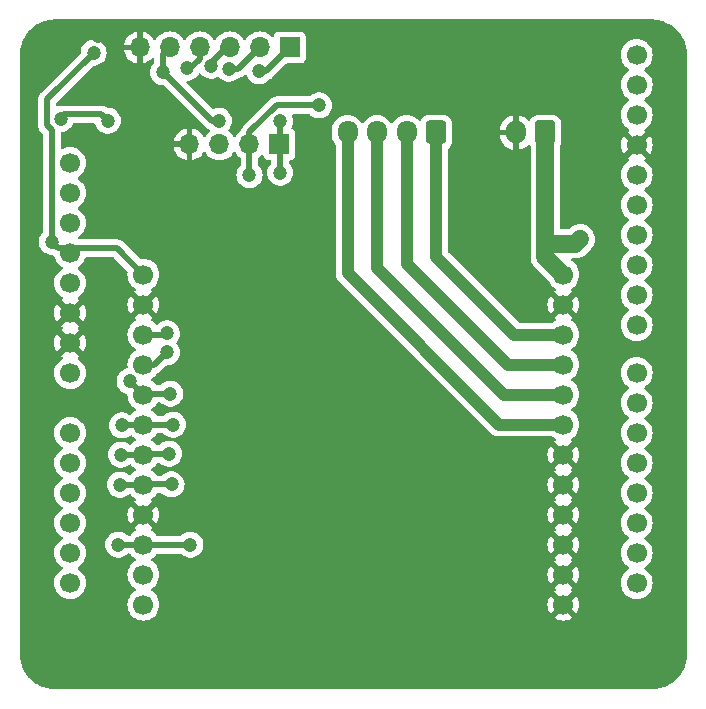
<source format=gbr>
%TF.GenerationSoftware,KiCad,Pcbnew,7.0.8-7.0.8~ubuntu22.04.1*%
%TF.CreationDate,2023-11-16T11:24:09+01:00*%
%TF.ProjectId,adapt_TMC2590,61646170-745f-4544-9d43-323539302e6b,rev?*%
%TF.SameCoordinates,Original*%
%TF.FileFunction,Copper,L2,Bot*%
%TF.FilePolarity,Positive*%
%FSLAX46Y46*%
G04 Gerber Fmt 4.6, Leading zero omitted, Abs format (unit mm)*
G04 Created by KiCad (PCBNEW 7.0.8-7.0.8~ubuntu22.04.1) date 2023-11-16 11:24:09*
%MOMM*%
%LPD*%
G01*
G04 APERTURE LIST*
G04 Aperture macros list*
%AMRoundRect*
0 Rectangle with rounded corners*
0 $1 Rounding radius*
0 $2 $3 $4 $5 $6 $7 $8 $9 X,Y pos of 4 corners*
0 Add a 4 corners polygon primitive as box body*
4,1,4,$2,$3,$4,$5,$6,$7,$8,$9,$2,$3,0*
0 Add four circle primitives for the rounded corners*
1,1,$1+$1,$2,$3*
1,1,$1+$1,$4,$5*
1,1,$1+$1,$6,$7*
1,1,$1+$1,$8,$9*
0 Add four rect primitives between the rounded corners*
20,1,$1+$1,$2,$3,$4,$5,0*
20,1,$1+$1,$4,$5,$6,$7,0*
20,1,$1+$1,$6,$7,$8,$9,0*
20,1,$1+$1,$8,$9,$2,$3,0*%
G04 Aperture macros list end*
%TA.AperFunction,ComponentPad*%
%ADD10C,1.700000*%
%TD*%
%TA.AperFunction,ComponentPad*%
%ADD11RoundRect,0.250000X0.600000X0.725000X-0.600000X0.725000X-0.600000X-0.725000X0.600000X-0.725000X0*%
%TD*%
%TA.AperFunction,ComponentPad*%
%ADD12O,1.700000X1.950000*%
%TD*%
%TA.AperFunction,ComponentPad*%
%ADD13R,1.700000X1.700000*%
%TD*%
%TA.AperFunction,ComponentPad*%
%ADD14O,1.700000X1.700000*%
%TD*%
%TA.AperFunction,ComponentPad*%
%ADD15RoundRect,0.250000X0.600000X0.750000X-0.600000X0.750000X-0.600000X-0.750000X0.600000X-0.750000X0*%
%TD*%
%TA.AperFunction,ComponentPad*%
%ADD16O,1.700000X2.000000*%
%TD*%
%TA.AperFunction,ViaPad*%
%ADD17C,1.200000*%
%TD*%
%TA.AperFunction,Conductor*%
%ADD18C,0.500000*%
%TD*%
%TA.AperFunction,Conductor*%
%ADD19C,1.500000*%
%TD*%
%TA.AperFunction,Conductor*%
%ADD20C,1.000000*%
%TD*%
G04 APERTURE END LIST*
D10*
%TO.P,U1,A1,NC*%
%TO.N,unconnected-(U1-NC-PadA1)*%
X26020000Y-38570000D03*
%TO.P,U1,A2,IOREF*%
%TO.N,unconnected-(U1-IOREF-PadA2)*%
X26020000Y-41110000D03*
%TO.P,U1,A3,NRST*%
%TO.N,unconnected-(U1-NRST-PadA3)*%
X26020000Y-43650000D03*
%TO.P,U1,A4,+3V3*%
%TO.N,+3.3V*%
X26020000Y-46190000D03*
%TO.P,U1,A5,+5V*%
%TO.N,unconnected-(U1-+5V-PadA5)*%
X26020000Y-48730000D03*
%TO.P,U1,A6,GND*%
%TO.N,GND*%
X26020000Y-51270000D03*
%TO.P,U1,A7,GND*%
X26020000Y-53810000D03*
%TO.P,U1,A8,VIN*%
%TO.N,unconnected-(U1-VIN-PadA8)*%
X26020000Y-56350000D03*
%TO.P,U1,B1,PA0*%
%TO.N,unconnected-(U1-PA0-PadB1)*%
X26020000Y-61430000D03*
%TO.P,U1,B2,PA1*%
%TO.N,unconnected-(U1-PA1-PadB2)*%
X26020000Y-63970000D03*
%TO.P,U1,B3,PA4*%
%TO.N,unconnected-(U1-PA4-PadB3)*%
X26020000Y-66510000D03*
%TO.P,U1,B4,PB0*%
%TO.N,unconnected-(U1-PB0-PadB4)*%
X26020000Y-69050000D03*
%TO.P,U1,B5,PC1/PB9*%
%TO.N,unconnected-(U1-PC1{slash}PB9-PadB5)*%
X26020000Y-71590000D03*
%TO.P,U1,B6,PC0/PA15*%
%TO.N,unconnected-(U1-PC0{slash}PA15-PadB6)*%
X26020000Y-74130000D03*
%TO.P,U1,C1,PC5/PA3*%
%TO.N,unconnected-(U1-PC5{slash}PA3-PadC1)*%
X73980000Y-74130000D03*
%TO.P,U1,C2,PC4/PA2*%
%TO.N,/DRV_ENN*%
X73980000Y-71590000D03*
%TO.P,U1,C3,PA10*%
%TO.N,/CSN*%
X73980000Y-69050000D03*
%TO.P,U1,C4,PB3*%
%TO.N,/SPI3_SCK*%
X73980000Y-66510000D03*
%TO.P,U1,C5,PB5*%
%TO.N,/SPI3_MOSI*%
X73980000Y-63970000D03*
%TO.P,U1,C6,PB4*%
%TO.N,/SPI3_MISO*%
X73980000Y-61430000D03*
%TO.P,U1,C7,PB10*%
%TO.N,/DIR*%
X73980000Y-58890000D03*
%TO.P,U1,C8,PA8*%
%TO.N,/TIM1_STEP*%
X73980000Y-56350000D03*
%TO.P,U1,D1,PA9*%
%TO.N,unconnected-(U1-PA9-PadD1)*%
X73980000Y-52286000D03*
%TO.P,U1,D2,PC7*%
%TO.N,unconnected-(U1-PC7-PadD2)*%
X73980000Y-49746000D03*
%TO.P,U1,D3,PB6*%
%TO.N,unconnected-(U1-PB6-PadD3)*%
X73980000Y-47206000D03*
%TO.P,U1,D4,PA7*%
%TO.N,unconnected-(U1-PA7-PadD4)*%
X73980000Y-44666000D03*
%TO.P,U1,D5,PA6*%
%TO.N,unconnected-(U1-PA6-PadD5)*%
X73980000Y-42126000D03*
%TO.P,U1,D6,PA5*%
%TO.N,unconnected-(U1-PA5-PadD6)*%
X73980000Y-39586000D03*
%TO.P,U1,D7,GND*%
%TO.N,GND*%
X73980000Y-37046000D03*
%TO.P,U1,D8,AVDD*%
%TO.N,unconnected-(U1-AVDD-PadD8)*%
X73980000Y-34506000D03*
%TO.P,U1,D9,PB9*%
%TO.N,unconnected-(U1-PB9-PadD9)*%
X73980000Y-31966000D03*
%TO.P,U1,D10,PB8*%
%TO.N,unconnected-(U1-PB8-PadD10)*%
X73980000Y-29426000D03*
%TD*%
%TO.P,U2,1,VCC_IO*%
%TO.N,+3.3V*%
X32220000Y-48030000D03*
%TO.P,U2,2,GND*%
%TO.N,GND*%
X32220000Y-50570000D03*
%TO.P,U2,3,DIR*%
%TO.N,/DIR*%
X32220000Y-53110000D03*
%TO.P,U2,4,STEP*%
%TO.N,/TIM1_STEP*%
X32220000Y-55650000D03*
%TO.P,U2,5,SDO*%
%TO.N,/SPI3_MISO*%
X32220000Y-58190000D03*
%TO.P,U2,6,SDI*%
%TO.N,/SPI3_MOSI*%
X32220000Y-60730000D03*
%TO.P,U2,7,SCK*%
%TO.N,/SPI3_SCK*%
X32220000Y-63270000D03*
%TO.P,U2,8,CSN*%
%TO.N,/CSN*%
X32220000Y-65810000D03*
%TO.P,U2,9,GND*%
%TO.N,GND*%
X32220000Y-68350000D03*
%TO.P,U2,10,DRV_ENN*%
%TO.N,/DRV_ENN*%
X32220000Y-70890000D03*
%TO.P,U2,11,CLK16*%
%TO.N,unconnected-(U2-CLK16-Pad11)*%
X32220000Y-73430000D03*
%TO.P,U2,12,SG_TST*%
%TO.N,unconnected-(U2-SG_TST-Pad12)*%
X32220000Y-75970000D03*
%TO.P,U2,13,GND*%
%TO.N,GND*%
X67780000Y-75970000D03*
%TO.P,U2,14,GND*%
X67780000Y-73430000D03*
%TO.P,U2,15,GND*%
X67780000Y-70890000D03*
%TO.P,U2,16,GND*%
X67780000Y-68350000D03*
%TO.P,U2,17,GND*%
X67780000Y-65810000D03*
%TO.P,U2,18,GND*%
X67780000Y-63270000D03*
%TO.P,U2,19,B2*%
%TO.N,Net-(J2-Pin_4)*%
X67780000Y-60730000D03*
%TO.P,U2,20,B1*%
%TO.N,Net-(J2-Pin_3)*%
X67780000Y-58190000D03*
%TO.P,U2,21,A2*%
%TO.N,Net-(J2-Pin_2)*%
X67780000Y-55650000D03*
%TO.P,U2,22,A1*%
%TO.N,Net-(J2-Pin_1)*%
X67780000Y-53110000D03*
%TO.P,U2,23,GND*%
%TO.N,GND*%
X67780000Y-50570000D03*
%TO.P,U2,24,VS*%
%TO.N,VS*%
X67780000Y-48030000D03*
%TD*%
D11*
%TO.P,J2,1,Pin_1*%
%TO.N,Net-(J2-Pin_1)*%
X57000000Y-36000000D03*
D12*
%TO.P,J2,2,Pin_2*%
%TO.N,Net-(J2-Pin_2)*%
X54500000Y-36000000D03*
%TO.P,J2,3,Pin_3*%
%TO.N,Net-(J2-Pin_3)*%
X52000000Y-36000000D03*
%TO.P,J2,4,Pin_4*%
%TO.N,Net-(J2-Pin_4)*%
X49500000Y-36000000D03*
%TD*%
D13*
%TO.P,J3,1,Pin_1*%
%TO.N,/SPI3_MISO*%
X44600000Y-28800000D03*
D14*
%TO.P,J3,2,Pin_2*%
%TO.N,/SPI3_MOSI*%
X42060000Y-28800000D03*
%TO.P,J3,3,Pin_3*%
%TO.N,/SPI3_SCK*%
X39520000Y-28800000D03*
%TO.P,J3,4,Pin_4*%
%TO.N,/CSN*%
X36980000Y-28800000D03*
%TO.P,J3,5,Pin_5*%
%TO.N,/DRV_ENN*%
X34440000Y-28800000D03*
%TO.P,J3,6,Pin_6*%
%TO.N,GND*%
X31900000Y-28800000D03*
%TD*%
D15*
%TO.P,J1,1,Pin_1*%
%TO.N,VS*%
X66250000Y-36000000D03*
D16*
%TO.P,J1,2,Pin_2*%
%TO.N,GND*%
X63750000Y-36000000D03*
%TD*%
D13*
%TO.P,J4,1,Pin_1*%
%TO.N,/TIM1_STEP*%
X43740000Y-37000000D03*
D14*
%TO.P,J4,2,Pin_2*%
%TO.N,/DIR*%
X41200000Y-37000000D03*
%TO.P,J4,3,Pin_3*%
%TO.N,/DRV_ENN*%
X38660000Y-37000000D03*
%TO.P,J4,4,Pin_4*%
%TO.N,GND*%
X36120000Y-37000000D03*
%TD*%
D17*
%TO.N,VS*%
X69200000Y-45000000D03*
%TO.N,GND*%
X60200000Y-40200000D03*
X64700000Y-63200000D03*
X34500000Y-68300000D03*
X37700000Y-80300000D03*
X31500000Y-32100000D03*
X64300000Y-50300000D03*
X70700000Y-59700000D03*
X24500000Y-80400000D03*
X58900000Y-42600000D03*
X69900000Y-35050000D03*
X40600000Y-34000000D03*
X65300000Y-75100000D03*
X73750000Y-76150000D03*
X22800000Y-36600000D03*
X71100000Y-30350000D03*
X30200000Y-68300000D03*
X43300000Y-74900000D03*
X69850000Y-49700000D03*
X34900000Y-49200000D03*
X32050000Y-38150000D03*
X60100000Y-44900000D03*
X28400000Y-27800000D03*
X35100000Y-73700000D03*
%TO.N,/CSN*%
X30235000Y-65810000D03*
X25199500Y-34858932D03*
X29200000Y-35000000D03*
X34600000Y-65800000D03*
X35936508Y-30512726D03*
%TO.N,/DRV_ENN*%
X33900000Y-30900000D03*
X36200000Y-70900000D03*
X38600000Y-35000000D03*
X30090000Y-70890000D03*
%TO.N,/SPI3_MISO*%
X34500000Y-58100000D03*
X42000000Y-30800000D03*
X31050000Y-57050000D03*
%TO.N,/SPI3_MOSI*%
X30400000Y-60800000D03*
X34730000Y-60730000D03*
X39440492Y-30607143D03*
%TO.N,/SPI3_SCK*%
X34400000Y-63200000D03*
X30295000Y-63270000D03*
X37963790Y-30346645D03*
%TO.N,/TIM1_STEP*%
X34200000Y-54600000D03*
X43800000Y-39400000D03*
X43765993Y-35059647D03*
%TO.N,/DIR*%
X47100000Y-33700000D03*
X41200000Y-39600000D03*
X34200000Y-53000000D03*
%TO.N,+3.3V*%
X24450000Y-45250000D03*
X28000000Y-29250000D03*
%TD*%
D18*
%TO.N,/SPI3_MISO*%
X31050000Y-57050000D02*
X32190000Y-58190000D01*
X32190000Y-58190000D02*
X32220000Y-58190000D01*
%TO.N,+3.3V*%
X32220000Y-48030000D02*
X29990000Y-45800000D01*
X25000000Y-45800000D02*
X24450000Y-45250000D01*
X29990000Y-45800000D02*
X25000000Y-45800000D01*
X24050000Y-35393503D02*
X24050000Y-33200000D01*
X24450000Y-45250000D02*
X24450000Y-35793503D01*
X24450000Y-35793503D02*
X24050000Y-35393503D01*
X24050000Y-33200000D02*
X28000000Y-29250000D01*
D19*
%TO.N,VS*%
X68800000Y-45400000D02*
X69200000Y-45000000D01*
X66250000Y-46500000D02*
X67780000Y-48030000D01*
X66250000Y-45400000D02*
X66250000Y-46500000D01*
X66250000Y-45400000D02*
X68800000Y-45400000D01*
X66250000Y-36000000D02*
X66250000Y-45400000D01*
D18*
%TO.N,/CSN*%
X36980000Y-29752078D02*
X35866039Y-30866039D01*
X32220000Y-65810000D02*
X30235000Y-65810000D01*
X34600000Y-65800000D02*
X32230000Y-65800000D01*
X32230000Y-65800000D02*
X32220000Y-65810000D01*
X25000000Y-35000000D02*
X25531750Y-34468250D01*
X25531750Y-34468250D02*
X28668250Y-34468250D01*
X28668250Y-34468250D02*
X29200000Y-35000000D01*
X36980000Y-28800000D02*
X36980000Y-29752078D01*
%TO.N,/DRV_ENN*%
X33900000Y-29340000D02*
X33900000Y-30900000D01*
X36200000Y-70900000D02*
X32230000Y-70900000D01*
X38000000Y-35000000D02*
X38600000Y-35000000D01*
X32230000Y-70900000D02*
X32220000Y-70890000D01*
X30090000Y-70890000D02*
X32220000Y-70890000D01*
X33900000Y-30900000D02*
X38000000Y-35000000D01*
X34440000Y-28800000D02*
X33900000Y-29340000D01*
D20*
%TO.N,Net-(J2-Pin_1)*%
X57000000Y-46500000D02*
X63610000Y-53110000D01*
X63610000Y-53110000D02*
X67780000Y-53110000D01*
X57000000Y-36000000D02*
X57000000Y-46500000D01*
%TO.N,Net-(J2-Pin_2)*%
X63050000Y-55650000D02*
X67780000Y-55650000D01*
X54500000Y-47100000D02*
X63050000Y-55650000D01*
X54500000Y-36000000D02*
X54500000Y-47100000D01*
%TO.N,Net-(J2-Pin_3)*%
X67780000Y-58190000D02*
X62713044Y-58190000D01*
X62713044Y-58190000D02*
X52000000Y-47476956D01*
X52000000Y-47476956D02*
X52000000Y-36000000D01*
%TO.N,Net-(J2-Pin_4)*%
X62330000Y-60730000D02*
X67780000Y-60730000D01*
X49500000Y-36000000D02*
X49500000Y-47900000D01*
X49500000Y-47900000D02*
X62330000Y-60730000D01*
D18*
%TO.N,/SPI3_MISO*%
X34500000Y-58100000D02*
X32310000Y-58100000D01*
X32310000Y-58100000D02*
X32220000Y-58190000D01*
X42600000Y-30800000D02*
X44600000Y-28800000D01*
X42000000Y-30800000D02*
X42600000Y-30800000D01*
%TO.N,/SPI3_MOSI*%
X32150000Y-60800000D02*
X32220000Y-60730000D01*
X39440492Y-30607143D02*
X40252857Y-30607143D01*
X34730000Y-60730000D02*
X32220000Y-60730000D01*
X30400000Y-60800000D02*
X32150000Y-60800000D01*
X40252857Y-30607143D02*
X42060000Y-28800000D01*
%TO.N,/SPI3_SCK*%
X37963790Y-30346645D02*
X37963790Y-30111084D01*
X32290000Y-63200000D02*
X32220000Y-63270000D01*
X34400000Y-63200000D02*
X32290000Y-63200000D01*
X39274874Y-28800000D02*
X39520000Y-28800000D01*
X37963790Y-30111084D02*
X39274874Y-28800000D01*
X32220000Y-63270000D02*
X30295000Y-63270000D01*
%TO.N,/TIM1_STEP*%
X34200000Y-54600000D02*
X33150000Y-55650000D01*
X43765993Y-35059647D02*
X43765993Y-36974007D01*
X33150000Y-55650000D02*
X32220000Y-55650000D01*
X43800000Y-39400000D02*
X43800000Y-37060000D01*
X43765993Y-36974007D02*
X43740000Y-37000000D01*
X43800000Y-37060000D02*
X43740000Y-37000000D01*
%TO.N,/DIR*%
X41200000Y-36000000D02*
X41200000Y-37000000D01*
X41200000Y-37000000D02*
X41200000Y-39600000D01*
X32220000Y-53110000D02*
X34090000Y-53110000D01*
X43500000Y-33700000D02*
X41200000Y-36000000D01*
X47100000Y-33700000D02*
X43500000Y-33700000D01*
X34090000Y-53110000D02*
X34200000Y-53000000D01*
%TD*%
%TA.AperFunction,Conductor*%
%TO.N,GND*%
G36*
X75251619Y-26420584D02*
G01*
X75383628Y-26427503D01*
X75567027Y-26437803D01*
X75573212Y-26438465D01*
X75725647Y-26462608D01*
X75888194Y-26490226D01*
X75893811Y-26491453D01*
X76046693Y-26532418D01*
X76139122Y-26559046D01*
X76201724Y-26577082D01*
X76206759Y-26578769D01*
X76356183Y-26636127D01*
X76504007Y-26697358D01*
X76508412Y-26699388D01*
X76574180Y-26732899D01*
X76651921Y-26772511D01*
X76727428Y-26814241D01*
X76791480Y-26849641D01*
X76795215Y-26851882D01*
X76869487Y-26900115D01*
X76930872Y-26939980D01*
X77018357Y-27002053D01*
X77060764Y-27032142D01*
X77063886Y-27034510D01*
X77188748Y-27135621D01*
X77191034Y-27137567D01*
X77308721Y-27242738D01*
X77311248Y-27245128D01*
X77424870Y-27358750D01*
X77427260Y-27361277D01*
X77532431Y-27478964D01*
X77534385Y-27481260D01*
X77635480Y-27606102D01*
X77637862Y-27609243D01*
X77730019Y-27739127D01*
X77783758Y-27821875D01*
X77818106Y-27874767D01*
X77820364Y-27878531D01*
X77897488Y-28018078D01*
X77970604Y-28161575D01*
X77972643Y-28165997D01*
X78033877Y-28313829D01*
X78091221Y-28463217D01*
X78092916Y-28468273D01*
X78137579Y-28623297D01*
X78178541Y-28776171D01*
X78179778Y-28781835D01*
X78198248Y-28890534D01*
X78200000Y-28911306D01*
X78200000Y-80638692D01*
X78198248Y-80659464D01*
X78179778Y-80768163D01*
X78178541Y-80773826D01*
X78137579Y-80926702D01*
X78092916Y-81081725D01*
X78091221Y-81086781D01*
X78033877Y-81236170D01*
X77972643Y-81384001D01*
X77970604Y-81388423D01*
X77897488Y-81531921D01*
X77820364Y-81671467D01*
X77818097Y-81675246D01*
X77730019Y-81810872D01*
X77637862Y-81940755D01*
X77635480Y-81943896D01*
X77534385Y-82068738D01*
X77532431Y-82071034D01*
X77427260Y-82188721D01*
X77424870Y-82191248D01*
X77311248Y-82304870D01*
X77308721Y-82307260D01*
X77191034Y-82412431D01*
X77188738Y-82414385D01*
X77063896Y-82515480D01*
X77060755Y-82517862D01*
X76930872Y-82610019D01*
X76795246Y-82698097D01*
X76791467Y-82700364D01*
X76651921Y-82777488D01*
X76508423Y-82850604D01*
X76504001Y-82852643D01*
X76356170Y-82913877D01*
X76206781Y-82971221D01*
X76201725Y-82972916D01*
X76046702Y-83017579D01*
X75893827Y-83058541D01*
X75888163Y-83059778D01*
X75725630Y-83087394D01*
X75573240Y-83111530D01*
X75567013Y-83112196D01*
X75383382Y-83122509D01*
X75251622Y-83129415D01*
X75248376Y-83129500D01*
X24751624Y-83129500D01*
X24748378Y-83129415D01*
X24616617Y-83122509D01*
X24432985Y-83112196D01*
X24426758Y-83111530D01*
X24274369Y-83087394D01*
X24111835Y-83059778D01*
X24106171Y-83058541D01*
X23953297Y-83017579D01*
X23798273Y-82972916D01*
X23793217Y-82971221D01*
X23643829Y-82913877D01*
X23495997Y-82852643D01*
X23491575Y-82850604D01*
X23348078Y-82777488D01*
X23208531Y-82700364D01*
X23204767Y-82698106D01*
X23151875Y-82663758D01*
X23069127Y-82610019D01*
X22939243Y-82517862D01*
X22936102Y-82515480D01*
X22811260Y-82414385D01*
X22808964Y-82412431D01*
X22691277Y-82307260D01*
X22688750Y-82304870D01*
X22575128Y-82191248D01*
X22572738Y-82188721D01*
X22467567Y-82071034D01*
X22465613Y-82068738D01*
X22426848Y-82020867D01*
X22364510Y-81943886D01*
X22362136Y-81940755D01*
X22269980Y-81810872D01*
X22237406Y-81760715D01*
X22181882Y-81675215D01*
X22179641Y-81671480D01*
X22144241Y-81607428D01*
X22102511Y-81531921D01*
X22062899Y-81454180D01*
X22029388Y-81388412D01*
X22027358Y-81384007D01*
X21966122Y-81236170D01*
X21908769Y-81086759D01*
X21907082Y-81081724D01*
X21862420Y-80926702D01*
X21857316Y-80907652D01*
X21821454Y-80773816D01*
X21820222Y-80768173D01*
X21792607Y-80605643D01*
X21792320Y-80603830D01*
X21790791Y-80584863D01*
X21768063Y-74130000D01*
X24664341Y-74130000D01*
X24684936Y-74365403D01*
X24684938Y-74365413D01*
X24746094Y-74593655D01*
X24746096Y-74593659D01*
X24746097Y-74593663D01*
X24817599Y-74746999D01*
X24845965Y-74807830D01*
X24845967Y-74807834D01*
X24932560Y-74931501D01*
X24981505Y-75001401D01*
X25148599Y-75168495D01*
X25205911Y-75208625D01*
X25342165Y-75304032D01*
X25342167Y-75304033D01*
X25342170Y-75304035D01*
X25556337Y-75403903D01*
X25784592Y-75465063D01*
X25972918Y-75481539D01*
X26019999Y-75485659D01*
X26020000Y-75485659D01*
X26020001Y-75485659D01*
X26059234Y-75482226D01*
X26255408Y-75465063D01*
X26483663Y-75403903D01*
X26697830Y-75304035D01*
X26891401Y-75168495D01*
X27058495Y-75001401D01*
X27194035Y-74807830D01*
X27293903Y-74593663D01*
X27355063Y-74365408D01*
X27375659Y-74130000D01*
X27355063Y-73894592D01*
X27293903Y-73666337D01*
X27194035Y-73452171D01*
X27178512Y-73430001D01*
X27058494Y-73258597D01*
X26891402Y-73091506D01*
X26891396Y-73091501D01*
X26705842Y-72961575D01*
X26662217Y-72906998D01*
X26655023Y-72837500D01*
X26686546Y-72775145D01*
X26705842Y-72758425D01*
X26834089Y-72668625D01*
X26891401Y-72628495D01*
X27058495Y-72461401D01*
X27194035Y-72267830D01*
X27293903Y-72053663D01*
X27355063Y-71825408D01*
X27375659Y-71590000D01*
X27355063Y-71354592D01*
X27293903Y-71126337D01*
X27194035Y-70912171D01*
X27185513Y-70899999D01*
X27058494Y-70718597D01*
X26891402Y-70551506D01*
X26891396Y-70551501D01*
X26705842Y-70421575D01*
X26662217Y-70366998D01*
X26655023Y-70297500D01*
X26686546Y-70235145D01*
X26705842Y-70218425D01*
X26810102Y-70145421D01*
X26891401Y-70088495D01*
X27058495Y-69921401D01*
X27194035Y-69727830D01*
X27293903Y-69513663D01*
X27355063Y-69285408D01*
X27375659Y-69050000D01*
X27355063Y-68814592D01*
X27293903Y-68586337D01*
X27194035Y-68372171D01*
X27178512Y-68350001D01*
X27058494Y-68178597D01*
X26891402Y-68011506D01*
X26891396Y-68011501D01*
X26705842Y-67881575D01*
X26662217Y-67826998D01*
X26655023Y-67757500D01*
X26686546Y-67695145D01*
X26705842Y-67678425D01*
X26834089Y-67588625D01*
X26891401Y-67548495D01*
X27058495Y-67381401D01*
X27194035Y-67187830D01*
X27293903Y-66973663D01*
X27355063Y-66745408D01*
X27375659Y-66510000D01*
X27355063Y-66274592D01*
X27293903Y-66046337D01*
X27194035Y-65832171D01*
X27178512Y-65810001D01*
X27058494Y-65638597D01*
X26891402Y-65471506D01*
X26891396Y-65471501D01*
X26705842Y-65341575D01*
X26662217Y-65286998D01*
X26655023Y-65217500D01*
X26686546Y-65155145D01*
X26705842Y-65138425D01*
X26810102Y-65065421D01*
X26891401Y-65008495D01*
X27058495Y-64841401D01*
X27194035Y-64647830D01*
X27293903Y-64433663D01*
X27355063Y-64205408D01*
X27375659Y-63970000D01*
X27355063Y-63734592D01*
X27293903Y-63506337D01*
X27194035Y-63292171D01*
X27178512Y-63270001D01*
X27058494Y-63098597D01*
X26891402Y-62931506D01*
X26891396Y-62931501D01*
X26705842Y-62801575D01*
X26662217Y-62746998D01*
X26655023Y-62677500D01*
X26686546Y-62615145D01*
X26705842Y-62598425D01*
X26810102Y-62525421D01*
X26891401Y-62468495D01*
X27058495Y-62301401D01*
X27194035Y-62107830D01*
X27293903Y-61893663D01*
X27355063Y-61665408D01*
X27375659Y-61430000D01*
X27355063Y-61194592D01*
X27293903Y-60966337D01*
X27194035Y-60752171D01*
X27085326Y-60596917D01*
X27058494Y-60558597D01*
X26891402Y-60391506D01*
X26891395Y-60391501D01*
X26697834Y-60255967D01*
X26697830Y-60255965D01*
X26697828Y-60255964D01*
X26483663Y-60156097D01*
X26483659Y-60156096D01*
X26483655Y-60156094D01*
X26255413Y-60094938D01*
X26255403Y-60094936D01*
X26020001Y-60074341D01*
X26019999Y-60074341D01*
X25784596Y-60094936D01*
X25784586Y-60094938D01*
X25556344Y-60156094D01*
X25556335Y-60156098D01*
X25342171Y-60255964D01*
X25342169Y-60255965D01*
X25148597Y-60391505D01*
X24981505Y-60558597D01*
X24845965Y-60752169D01*
X24845964Y-60752171D01*
X24746098Y-60966335D01*
X24746094Y-60966344D01*
X24684938Y-61194586D01*
X24684936Y-61194596D01*
X24664341Y-61429999D01*
X24664341Y-61430000D01*
X24684936Y-61665403D01*
X24684938Y-61665413D01*
X24746094Y-61893655D01*
X24746096Y-61893659D01*
X24746097Y-61893663D01*
X24840432Y-62095965D01*
X24845965Y-62107830D01*
X24845967Y-62107834D01*
X24917961Y-62210651D01*
X24966978Y-62280655D01*
X24981501Y-62301395D01*
X24981506Y-62301402D01*
X25148597Y-62468493D01*
X25148603Y-62468498D01*
X25334158Y-62598425D01*
X25377783Y-62653002D01*
X25384977Y-62722500D01*
X25353454Y-62784855D01*
X25334158Y-62801575D01*
X25148597Y-62931505D01*
X24981505Y-63098597D01*
X24845965Y-63292169D01*
X24845964Y-63292171D01*
X24794246Y-63403082D01*
X24746569Y-63505326D01*
X24746098Y-63506335D01*
X24746094Y-63506344D01*
X24684938Y-63734586D01*
X24684936Y-63734596D01*
X24664341Y-63969999D01*
X24664341Y-63970000D01*
X24684936Y-64205403D01*
X24684938Y-64205413D01*
X24746094Y-64433655D01*
X24746096Y-64433659D01*
X24746097Y-64433663D01*
X24817599Y-64586999D01*
X24845965Y-64647830D01*
X24845967Y-64647834D01*
X24932560Y-64771501D01*
X24966978Y-64820655D01*
X24981501Y-64841395D01*
X24981506Y-64841402D01*
X25148597Y-65008493D01*
X25148603Y-65008498D01*
X25334158Y-65138425D01*
X25377783Y-65193002D01*
X25384977Y-65262500D01*
X25353454Y-65324855D01*
X25334158Y-65341575D01*
X25148597Y-65471505D01*
X24981505Y-65638597D01*
X24845965Y-65832169D01*
X24845964Y-65832171D01*
X24766267Y-66003082D01*
X24746569Y-66045326D01*
X24746098Y-66046335D01*
X24746094Y-66046344D01*
X24684938Y-66274586D01*
X24684936Y-66274596D01*
X24664341Y-66509999D01*
X24664341Y-66510000D01*
X24684936Y-66745403D01*
X24684938Y-66745413D01*
X24746094Y-66973655D01*
X24746096Y-66973659D01*
X24746097Y-66973663D01*
X24843049Y-67181576D01*
X24845965Y-67187830D01*
X24845967Y-67187834D01*
X24981501Y-67381395D01*
X24981506Y-67381402D01*
X25148597Y-67548493D01*
X25148603Y-67548498D01*
X25334158Y-67678425D01*
X25377783Y-67733002D01*
X25384977Y-67802500D01*
X25353454Y-67864855D01*
X25334158Y-67881575D01*
X25148597Y-68011505D01*
X24981505Y-68178597D01*
X24845965Y-68372169D01*
X24845964Y-68372171D01*
X24758451Y-68559844D01*
X24746569Y-68585326D01*
X24746098Y-68586335D01*
X24746094Y-68586344D01*
X24684938Y-68814586D01*
X24684936Y-68814596D01*
X24664341Y-69049999D01*
X24664341Y-69050000D01*
X24684936Y-69285403D01*
X24684938Y-69285413D01*
X24746094Y-69513655D01*
X24746096Y-69513659D01*
X24746097Y-69513663D01*
X24817456Y-69666692D01*
X24845965Y-69727830D01*
X24845967Y-69727834D01*
X24932563Y-69851505D01*
X24973978Y-69910652D01*
X24981501Y-69921395D01*
X24981506Y-69921402D01*
X25148597Y-70088493D01*
X25148603Y-70088498D01*
X25334158Y-70218425D01*
X25377783Y-70273002D01*
X25384977Y-70342500D01*
X25353454Y-70404855D01*
X25334158Y-70421575D01*
X25148597Y-70551505D01*
X24981505Y-70718597D01*
X24845965Y-70912169D01*
X24845964Y-70912171D01*
X24761604Y-71093082D01*
X24746569Y-71125326D01*
X24746098Y-71126335D01*
X24746094Y-71126344D01*
X24684938Y-71354586D01*
X24684936Y-71354596D01*
X24664341Y-71589999D01*
X24664341Y-71590000D01*
X24684936Y-71825403D01*
X24684938Y-71825413D01*
X24746094Y-72053655D01*
X24746096Y-72053659D01*
X24746097Y-72053663D01*
X24817599Y-72206999D01*
X24845965Y-72267830D01*
X24845967Y-72267834D01*
X24981501Y-72461395D01*
X24981506Y-72461402D01*
X25148597Y-72628493D01*
X25148603Y-72628498D01*
X25334158Y-72758425D01*
X25377783Y-72813002D01*
X25384977Y-72882500D01*
X25353454Y-72944855D01*
X25334158Y-72961575D01*
X25148597Y-73091505D01*
X24981505Y-73258597D01*
X24845965Y-73452169D01*
X24845964Y-73452171D01*
X24758451Y-73639844D01*
X24746569Y-73665326D01*
X24746098Y-73666335D01*
X24746094Y-73666344D01*
X24684938Y-73894586D01*
X24684936Y-73894596D01*
X24664341Y-74129999D01*
X24664341Y-74130000D01*
X21768063Y-74130000D01*
X21750500Y-69142000D01*
X21750500Y-35371528D01*
X23294710Y-35371528D01*
X23299264Y-35423567D01*
X23299500Y-35428973D01*
X23299500Y-35437212D01*
X23303306Y-35469777D01*
X23310000Y-35546294D01*
X23311461Y-35553370D01*
X23311403Y-35553381D01*
X23313034Y-35560740D01*
X23313092Y-35560727D01*
X23314757Y-35567753D01*
X23341025Y-35639927D01*
X23365185Y-35712834D01*
X23368236Y-35719377D01*
X23368182Y-35719401D01*
X23371470Y-35726191D01*
X23371521Y-35726166D01*
X23374761Y-35732616D01*
X23374762Y-35732617D01*
X23374763Y-35732620D01*
X23416965Y-35796786D01*
X23457287Y-35862158D01*
X23461766Y-35867822D01*
X23461719Y-35867859D01*
X23466482Y-35873705D01*
X23466528Y-35873667D01*
X23471173Y-35879203D01*
X23523013Y-35928111D01*
X23527020Y-35931891D01*
X23663182Y-36068052D01*
X23696666Y-36129373D01*
X23699500Y-36155732D01*
X23699500Y-44390261D01*
X23679815Y-44457300D01*
X23659040Y-44481897D01*
X23633235Y-44505421D01*
X23510327Y-44668178D01*
X23419422Y-44850739D01*
X23419417Y-44850752D01*
X23363602Y-45046917D01*
X23344785Y-45249999D01*
X23344785Y-45250000D01*
X23363602Y-45453082D01*
X23419417Y-45649247D01*
X23419422Y-45649260D01*
X23510327Y-45831821D01*
X23633237Y-45994581D01*
X23783958Y-46131980D01*
X23783960Y-46131982D01*
X23841326Y-46167501D01*
X23957363Y-46239348D01*
X24147544Y-46313024D01*
X24348024Y-46350500D01*
X24443097Y-46350500D01*
X24510136Y-46370185D01*
X24520001Y-46377229D01*
X24524219Y-46380563D01*
X24525939Y-46381923D01*
X24578816Y-46426293D01*
X24584786Y-46431302D01*
X24584788Y-46431303D01*
X24590823Y-46435272D01*
X24590789Y-46435322D01*
X24597144Y-46439370D01*
X24597177Y-46439318D01*
X24603320Y-46443107D01*
X24603323Y-46443110D01*
X24603326Y-46443111D01*
X24603327Y-46443112D01*
X24649605Y-46464692D01*
X24702044Y-46510865D01*
X24716975Y-46544980D01*
X24744237Y-46646722D01*
X24746097Y-46653663D01*
X24806456Y-46783102D01*
X24845965Y-46867830D01*
X24845967Y-46867834D01*
X24981501Y-47061395D01*
X24981506Y-47061402D01*
X25148597Y-47228493D01*
X25148603Y-47228498D01*
X25334158Y-47358425D01*
X25377783Y-47413002D01*
X25384977Y-47482500D01*
X25353454Y-47544855D01*
X25334158Y-47561575D01*
X25148597Y-47691505D01*
X24981505Y-47858597D01*
X24845965Y-48052169D01*
X24845964Y-48052171D01*
X24746098Y-48266335D01*
X24746094Y-48266344D01*
X24684938Y-48494586D01*
X24684936Y-48494596D01*
X24664341Y-48729999D01*
X24664341Y-48730000D01*
X24684936Y-48965403D01*
X24684938Y-48965413D01*
X24746094Y-49193655D01*
X24746096Y-49193659D01*
X24746097Y-49193663D01*
X24843190Y-49401880D01*
X24845965Y-49407830D01*
X24845967Y-49407834D01*
X24954281Y-49562521D01*
X24981505Y-49601401D01*
X25148599Y-49768495D01*
X25334594Y-49898730D01*
X25378218Y-49953307D01*
X25385411Y-50022806D01*
X25353889Y-50085160D01*
X25334593Y-50101880D01*
X25258626Y-50155072D01*
X25258625Y-50155072D01*
X25887466Y-50783913D01*
X25877685Y-50785320D01*
X25746900Y-50845048D01*
X25638239Y-50939202D01*
X25560507Y-51060156D01*
X25536923Y-51140476D01*
X24905072Y-50508625D01*
X24846401Y-50592419D01*
X24746570Y-50806507D01*
X24746566Y-50806516D01*
X24685432Y-51034673D01*
X24685430Y-51034684D01*
X24664843Y-51269998D01*
X24664843Y-51270001D01*
X24685430Y-51505315D01*
X24685432Y-51505326D01*
X24746566Y-51733483D01*
X24746570Y-51733492D01*
X24846400Y-51947579D01*
X24846402Y-51947583D01*
X24905072Y-52031373D01*
X24905073Y-52031373D01*
X25536923Y-51399523D01*
X25560507Y-51479844D01*
X25638239Y-51600798D01*
X25746900Y-51694952D01*
X25877685Y-51754680D01*
X25887466Y-51756086D01*
X25258625Y-52384925D01*
X25335031Y-52438425D01*
X25378655Y-52493002D01*
X25385848Y-52562501D01*
X25354326Y-52624855D01*
X25335029Y-52641576D01*
X25258625Y-52695072D01*
X25887466Y-53323913D01*
X25877685Y-53325320D01*
X25746900Y-53385048D01*
X25638239Y-53479202D01*
X25560507Y-53600156D01*
X25536923Y-53680476D01*
X24905072Y-53048625D01*
X24846401Y-53132419D01*
X24746570Y-53346507D01*
X24746566Y-53346516D01*
X24685432Y-53574673D01*
X24685430Y-53574684D01*
X24664843Y-53809998D01*
X24664843Y-53810001D01*
X24685430Y-54045315D01*
X24685432Y-54045326D01*
X24746566Y-54273483D01*
X24746570Y-54273492D01*
X24846400Y-54487579D01*
X24846402Y-54487583D01*
X24905072Y-54571373D01*
X24905073Y-54571373D01*
X25536923Y-53939523D01*
X25560507Y-54019844D01*
X25638239Y-54140798D01*
X25746900Y-54234952D01*
X25877685Y-54294680D01*
X25887466Y-54296086D01*
X25258625Y-54924925D01*
X25334594Y-54978119D01*
X25378219Y-55032696D01*
X25385413Y-55102194D01*
X25353890Y-55164549D01*
X25334595Y-55181269D01*
X25148594Y-55311508D01*
X24981505Y-55478597D01*
X24845965Y-55672169D01*
X24845964Y-55672171D01*
X24746098Y-55886335D01*
X24746094Y-55886344D01*
X24684938Y-56114586D01*
X24684936Y-56114596D01*
X24664341Y-56349999D01*
X24664341Y-56350000D01*
X24684936Y-56585403D01*
X24684938Y-56585413D01*
X24746094Y-56813655D01*
X24746096Y-56813659D01*
X24746097Y-56813663D01*
X24835252Y-57004855D01*
X24845965Y-57027830D01*
X24845967Y-57027834D01*
X24932560Y-57151501D01*
X24981505Y-57221401D01*
X25148599Y-57388495D01*
X25235362Y-57449247D01*
X25342165Y-57524032D01*
X25342167Y-57524033D01*
X25342170Y-57524035D01*
X25556337Y-57623903D01*
X25784592Y-57685063D01*
X25963891Y-57700750D01*
X26019999Y-57705659D01*
X26020000Y-57705659D01*
X26020001Y-57705659D01*
X26076086Y-57700752D01*
X26255408Y-57685063D01*
X26483663Y-57623903D01*
X26697830Y-57524035D01*
X26891401Y-57388495D01*
X27058495Y-57221401D01*
X27194035Y-57027830D01*
X27293903Y-56813663D01*
X27355063Y-56585408D01*
X27375659Y-56350000D01*
X27374330Y-56334815D01*
X27365589Y-56234898D01*
X27355063Y-56114592D01*
X27293903Y-55886337D01*
X27194035Y-55672171D01*
X27187631Y-55663024D01*
X27058494Y-55478597D01*
X26891402Y-55311506D01*
X26891401Y-55311505D01*
X26705405Y-55181269D01*
X26661781Y-55126692D01*
X26654588Y-55057193D01*
X26686110Y-54994839D01*
X26705405Y-54978119D01*
X26781373Y-54924925D01*
X26152533Y-54296086D01*
X26162315Y-54294680D01*
X26293100Y-54234952D01*
X26401761Y-54140798D01*
X26479493Y-54019844D01*
X26503076Y-53939524D01*
X27134925Y-54571373D01*
X27134926Y-54571373D01*
X27193598Y-54487582D01*
X27193600Y-54487578D01*
X27293429Y-54273492D01*
X27293433Y-54273483D01*
X27354567Y-54045326D01*
X27354569Y-54045315D01*
X27375157Y-53810001D01*
X27375157Y-53809998D01*
X27354569Y-53574684D01*
X27354567Y-53574673D01*
X27293433Y-53346516D01*
X27293429Y-53346507D01*
X27193600Y-53132423D01*
X27193599Y-53132421D01*
X27134925Y-53048626D01*
X27134925Y-53048625D01*
X26503076Y-53680475D01*
X26479493Y-53600156D01*
X26401761Y-53479202D01*
X26293100Y-53385048D01*
X26162315Y-53325320D01*
X26152533Y-53323913D01*
X26781373Y-52695073D01*
X26704969Y-52641576D01*
X26661344Y-52586999D01*
X26654150Y-52517501D01*
X26685672Y-52455146D01*
X26704968Y-52438425D01*
X26781373Y-52384925D01*
X26152533Y-51756086D01*
X26162315Y-51754680D01*
X26293100Y-51694952D01*
X26401761Y-51600798D01*
X26479493Y-51479844D01*
X26503076Y-51399524D01*
X27134925Y-52031373D01*
X27134926Y-52031373D01*
X27193598Y-51947582D01*
X27193600Y-51947578D01*
X27293429Y-51733492D01*
X27293433Y-51733483D01*
X27354567Y-51505326D01*
X27354569Y-51505315D01*
X27375157Y-51270001D01*
X27375157Y-51269998D01*
X27354569Y-51034684D01*
X27354567Y-51034673D01*
X27293433Y-50806516D01*
X27293429Y-50806507D01*
X27193600Y-50592423D01*
X27193599Y-50592421D01*
X27134925Y-50508626D01*
X27134925Y-50508625D01*
X26503076Y-51140475D01*
X26479493Y-51060156D01*
X26401761Y-50939202D01*
X26293100Y-50845048D01*
X26162315Y-50785320D01*
X26152533Y-50783913D01*
X26781373Y-50155073D01*
X26781373Y-50155072D01*
X26705405Y-50101880D01*
X26661780Y-50047304D01*
X26654586Y-49977805D01*
X26686108Y-49915451D01*
X26705399Y-49898734D01*
X26891401Y-49768495D01*
X27058495Y-49601401D01*
X27194035Y-49407830D01*
X27293903Y-49193663D01*
X27355063Y-48965408D01*
X27375659Y-48730000D01*
X27355063Y-48494592D01*
X27293903Y-48266337D01*
X27194035Y-48052171D01*
X27183230Y-48036739D01*
X27058494Y-47858597D01*
X26891402Y-47691506D01*
X26891396Y-47691501D01*
X26705842Y-47561575D01*
X26662217Y-47506998D01*
X26655023Y-47437500D01*
X26686546Y-47375145D01*
X26705842Y-47358425D01*
X26782635Y-47304654D01*
X26891401Y-47228495D01*
X27058495Y-47061401D01*
X27194035Y-46867830D01*
X27293903Y-46653663D01*
X27296918Y-46642407D01*
X27333282Y-46582748D01*
X27396128Y-46552217D01*
X27416694Y-46550500D01*
X29627770Y-46550500D01*
X29694809Y-46570185D01*
X29715451Y-46586819D01*
X30847130Y-47718497D01*
X30880615Y-47779820D01*
X30882977Y-47816985D01*
X30864341Y-48029997D01*
X30864341Y-48030000D01*
X30884936Y-48265403D01*
X30884938Y-48265413D01*
X30946094Y-48493655D01*
X30946096Y-48493659D01*
X30946097Y-48493663D01*
X31021384Y-48655115D01*
X31045965Y-48707830D01*
X31045967Y-48707834D01*
X31154281Y-48862521D01*
X31181505Y-48901401D01*
X31348599Y-49068495D01*
X31527359Y-49193664D01*
X31534594Y-49198730D01*
X31578218Y-49253307D01*
X31585411Y-49322806D01*
X31553889Y-49385160D01*
X31534593Y-49401880D01*
X31458626Y-49455072D01*
X31458625Y-49455072D01*
X32087466Y-50083913D01*
X32077685Y-50085320D01*
X31946900Y-50145048D01*
X31838239Y-50239202D01*
X31760507Y-50360156D01*
X31736923Y-50440476D01*
X31105072Y-49808625D01*
X31046401Y-49892419D01*
X30946570Y-50106507D01*
X30946566Y-50106516D01*
X30885432Y-50334673D01*
X30885430Y-50334684D01*
X30864843Y-50569998D01*
X30864843Y-50570001D01*
X30885430Y-50805315D01*
X30885432Y-50805326D01*
X30946566Y-51033483D01*
X30946570Y-51033492D01*
X31046400Y-51247579D01*
X31046402Y-51247583D01*
X31105072Y-51331373D01*
X31105073Y-51331373D01*
X31736923Y-50699523D01*
X31760507Y-50779844D01*
X31838239Y-50900798D01*
X31946900Y-50994952D01*
X32077685Y-51054680D01*
X32087466Y-51056086D01*
X31458625Y-51684925D01*
X31534594Y-51738119D01*
X31578219Y-51792696D01*
X31585413Y-51862194D01*
X31553890Y-51924549D01*
X31534595Y-51941269D01*
X31348594Y-52071508D01*
X31181505Y-52238597D01*
X31045965Y-52432169D01*
X31045964Y-52432171D01*
X30946098Y-52646335D01*
X30946094Y-52646344D01*
X30884938Y-52874586D01*
X30884936Y-52874596D01*
X30864341Y-53109999D01*
X30864341Y-53110000D01*
X30884936Y-53345403D01*
X30884938Y-53345413D01*
X30946094Y-53573655D01*
X30946096Y-53573659D01*
X30946097Y-53573663D01*
X31016794Y-53725273D01*
X31045965Y-53787830D01*
X31045967Y-53787834D01*
X31181501Y-53981395D01*
X31181506Y-53981402D01*
X31348597Y-54148493D01*
X31348603Y-54148498D01*
X31534158Y-54278425D01*
X31577783Y-54333002D01*
X31584977Y-54402500D01*
X31553454Y-54464855D01*
X31534158Y-54481575D01*
X31348597Y-54611505D01*
X31181505Y-54778597D01*
X31045965Y-54972169D01*
X31045964Y-54972171D01*
X30946098Y-55186335D01*
X30946094Y-55186344D01*
X30884938Y-55414586D01*
X30884936Y-55414596D01*
X30864341Y-55649999D01*
X30864341Y-55650002D01*
X30881667Y-55848040D01*
X30867900Y-55916540D01*
X30819285Y-55966723D01*
X30780926Y-55980735D01*
X30747544Y-55986975D01*
X30557364Y-56060651D01*
X30557357Y-56060655D01*
X30383960Y-56168017D01*
X30383958Y-56168019D01*
X30233237Y-56305418D01*
X30110327Y-56468178D01*
X30019422Y-56650739D01*
X30019417Y-56650752D01*
X29963602Y-56846917D01*
X29944785Y-57049999D01*
X29944785Y-57050000D01*
X29963602Y-57253082D01*
X30019417Y-57449247D01*
X30019422Y-57449260D01*
X30110327Y-57631821D01*
X30233237Y-57794581D01*
X30383958Y-57931980D01*
X30383960Y-57931982D01*
X30483141Y-57993392D01*
X30557363Y-58039348D01*
X30747544Y-58113024D01*
X30766899Y-58116642D01*
X30829178Y-58148308D01*
X30864452Y-58208620D01*
X30867641Y-58227722D01*
X30884936Y-58425403D01*
X30884938Y-58425413D01*
X30946094Y-58653655D01*
X30946096Y-58653659D01*
X30946097Y-58653663D01*
X31035123Y-58844579D01*
X31045965Y-58867830D01*
X31045967Y-58867834D01*
X31181501Y-59061395D01*
X31181506Y-59061402D01*
X31348597Y-59228493D01*
X31348603Y-59228498D01*
X31534158Y-59358425D01*
X31577783Y-59413002D01*
X31584977Y-59482500D01*
X31553454Y-59544855D01*
X31534158Y-59561575D01*
X31348597Y-59691505D01*
X31181511Y-59858592D01*
X31178215Y-59862521D01*
X31120043Y-59901222D01*
X31050182Y-59902330D01*
X31017949Y-59888241D01*
X30892642Y-59810655D01*
X30892635Y-59810651D01*
X30765507Y-59761402D01*
X30702456Y-59736976D01*
X30501976Y-59699500D01*
X30298024Y-59699500D01*
X30097544Y-59736976D01*
X30097541Y-59736976D01*
X30097541Y-59736977D01*
X29907364Y-59810651D01*
X29907357Y-59810655D01*
X29733960Y-59918017D01*
X29733958Y-59918019D01*
X29583237Y-60055418D01*
X29460327Y-60218178D01*
X29369422Y-60400739D01*
X29369417Y-60400752D01*
X29313602Y-60596917D01*
X29294785Y-60799999D01*
X29294785Y-60800000D01*
X29313602Y-61003082D01*
X29369417Y-61199247D01*
X29369422Y-61199260D01*
X29460327Y-61381821D01*
X29583237Y-61544581D01*
X29685318Y-61637639D01*
X29727390Y-61675993D01*
X29733958Y-61681980D01*
X29733960Y-61681982D01*
X29812320Y-61730500D01*
X29907363Y-61789348D01*
X30097544Y-61863024D01*
X30298024Y-61900500D01*
X30298026Y-61900500D01*
X30501974Y-61900500D01*
X30501976Y-61900500D01*
X30702456Y-61863024D01*
X30892637Y-61789348D01*
X31066041Y-61681981D01*
X31081095Y-61668256D01*
X31143893Y-61637639D01*
X31213281Y-61645833D01*
X31252315Y-61672211D01*
X31348597Y-61768493D01*
X31348603Y-61768498D01*
X31534158Y-61898425D01*
X31577783Y-61953002D01*
X31584977Y-62022500D01*
X31553454Y-62084855D01*
X31534158Y-62101575D01*
X31348597Y-62231505D01*
X31181508Y-62398595D01*
X31181495Y-62398611D01*
X31181010Y-62399304D01*
X31180718Y-62399537D01*
X31178023Y-62402749D01*
X31177377Y-62402207D01*
X31126427Y-62442922D01*
X31056928Y-62450105D01*
X30995906Y-62419803D01*
X30961041Y-62388019D01*
X30961039Y-62388017D01*
X30787642Y-62280655D01*
X30787635Y-62280651D01*
X30692546Y-62243814D01*
X30597456Y-62206976D01*
X30396976Y-62169500D01*
X30193024Y-62169500D01*
X29992544Y-62206976D01*
X29992541Y-62206976D01*
X29992541Y-62206977D01*
X29802364Y-62280651D01*
X29802357Y-62280655D01*
X29628960Y-62388017D01*
X29628958Y-62388019D01*
X29478237Y-62525418D01*
X29355327Y-62688178D01*
X29264422Y-62870739D01*
X29264417Y-62870752D01*
X29208602Y-63066917D01*
X29189785Y-63269999D01*
X29189785Y-63270000D01*
X29208602Y-63473082D01*
X29264417Y-63669247D01*
X29264422Y-63669260D01*
X29355327Y-63851821D01*
X29478237Y-64014581D01*
X29628958Y-64151980D01*
X29628960Y-64151982D01*
X29628962Y-64151983D01*
X29802363Y-64259348D01*
X29992544Y-64333024D01*
X30193024Y-64370500D01*
X30193026Y-64370500D01*
X30396974Y-64370500D01*
X30396976Y-64370500D01*
X30597456Y-64333024D01*
X30787637Y-64259348D01*
X30961041Y-64151981D01*
X30995908Y-64120194D01*
X31058708Y-64089578D01*
X31128095Y-64097774D01*
X31177402Y-64137771D01*
X31178023Y-64137251D01*
X31180715Y-64140459D01*
X31181017Y-64140704D01*
X31181502Y-64141397D01*
X31181508Y-64141404D01*
X31348597Y-64308493D01*
X31348603Y-64308498D01*
X31534158Y-64438425D01*
X31577783Y-64493002D01*
X31584977Y-64562500D01*
X31553454Y-64624855D01*
X31534158Y-64641575D01*
X31348597Y-64771505D01*
X31181507Y-64938595D01*
X31157642Y-64972678D01*
X31103065Y-65016302D01*
X31033566Y-65023494D01*
X30972531Y-64993191D01*
X30901041Y-64928019D01*
X30901038Y-64928017D01*
X30901037Y-64928016D01*
X30727642Y-64820655D01*
X30727635Y-64820651D01*
X30632546Y-64783814D01*
X30537456Y-64746976D01*
X30336976Y-64709500D01*
X30133024Y-64709500D01*
X29932544Y-64746976D01*
X29932541Y-64746976D01*
X29932541Y-64746977D01*
X29742364Y-64820651D01*
X29742357Y-64820655D01*
X29568960Y-64928017D01*
X29568958Y-64928019D01*
X29418237Y-65065418D01*
X29295327Y-65228178D01*
X29204422Y-65410739D01*
X29204417Y-65410752D01*
X29148602Y-65606917D01*
X29129785Y-65809999D01*
X29129785Y-65810000D01*
X29148602Y-66013082D01*
X29204417Y-66209247D01*
X29204422Y-66209260D01*
X29295327Y-66391821D01*
X29418237Y-66554581D01*
X29568958Y-66691980D01*
X29568960Y-66691982D01*
X29655239Y-66745403D01*
X29742363Y-66799348D01*
X29932544Y-66873024D01*
X30133024Y-66910500D01*
X30133026Y-66910500D01*
X30336974Y-66910500D01*
X30336976Y-66910500D01*
X30537456Y-66873024D01*
X30727637Y-66799348D01*
X30901041Y-66691981D01*
X30972531Y-66626808D01*
X31035333Y-66596192D01*
X31104720Y-66604389D01*
X31157641Y-66647320D01*
X31181505Y-66681401D01*
X31348599Y-66848495D01*
X31527359Y-66973664D01*
X31534594Y-66978730D01*
X31578218Y-67033307D01*
X31585411Y-67102806D01*
X31553889Y-67165160D01*
X31534593Y-67181880D01*
X31458626Y-67235072D01*
X31458625Y-67235072D01*
X32087466Y-67863913D01*
X32077685Y-67865320D01*
X31946900Y-67925048D01*
X31838239Y-68019202D01*
X31760507Y-68140156D01*
X31736923Y-68220476D01*
X31105072Y-67588625D01*
X31046401Y-67672419D01*
X30946570Y-67886507D01*
X30946566Y-67886516D01*
X30885432Y-68114673D01*
X30885430Y-68114684D01*
X30864843Y-68349998D01*
X30864843Y-68350001D01*
X30885430Y-68585315D01*
X30885432Y-68585326D01*
X30946566Y-68813483D01*
X30946570Y-68813492D01*
X31046400Y-69027579D01*
X31046402Y-69027583D01*
X31105072Y-69111373D01*
X31105073Y-69111373D01*
X31736923Y-68479523D01*
X31760507Y-68559844D01*
X31838239Y-68680798D01*
X31946900Y-68774952D01*
X32077685Y-68834680D01*
X32087466Y-68836086D01*
X31458625Y-69464925D01*
X31534594Y-69518119D01*
X31578219Y-69572696D01*
X31585413Y-69642194D01*
X31553890Y-69704549D01*
X31534595Y-69721269D01*
X31348594Y-69851508D01*
X31181506Y-70018596D01*
X31133874Y-70086623D01*
X31079297Y-70130248D01*
X31032299Y-70139500D01*
X30948307Y-70139500D01*
X30881268Y-70119815D01*
X30864769Y-70107137D01*
X30756041Y-70008019D01*
X30756039Y-70008017D01*
X30582642Y-69900655D01*
X30582635Y-69900651D01*
X30455781Y-69851508D01*
X30392456Y-69826976D01*
X30191976Y-69789500D01*
X29988024Y-69789500D01*
X29787544Y-69826976D01*
X29787541Y-69826976D01*
X29787541Y-69826977D01*
X29597364Y-69900651D01*
X29597357Y-69900655D01*
X29423960Y-70008017D01*
X29423958Y-70008019D01*
X29273237Y-70145418D01*
X29150327Y-70308178D01*
X29059422Y-70490739D01*
X29059417Y-70490752D01*
X29003602Y-70686917D01*
X28984785Y-70889999D01*
X28984785Y-70890000D01*
X29003602Y-71093082D01*
X29059417Y-71289247D01*
X29059422Y-71289260D01*
X29150327Y-71471821D01*
X29273237Y-71634581D01*
X29423958Y-71771980D01*
X29423960Y-71771982D01*
X29440111Y-71781982D01*
X29597363Y-71879348D01*
X29787544Y-71953024D01*
X29988024Y-71990500D01*
X29988026Y-71990500D01*
X30191974Y-71990500D01*
X30191976Y-71990500D01*
X30392456Y-71953024D01*
X30582637Y-71879348D01*
X30756041Y-71771981D01*
X30853799Y-71682863D01*
X30864769Y-71672863D01*
X30927573Y-71642246D01*
X30948307Y-71640500D01*
X31032299Y-71640500D01*
X31099338Y-71660185D01*
X31133873Y-71693376D01*
X31181505Y-71761401D01*
X31348597Y-71928493D01*
X31348603Y-71928498D01*
X31534158Y-72058425D01*
X31577783Y-72113002D01*
X31584977Y-72182500D01*
X31553454Y-72244855D01*
X31534158Y-72261575D01*
X31348597Y-72391505D01*
X31181505Y-72558597D01*
X31045965Y-72752169D01*
X31045964Y-72752171D01*
X30946098Y-72966335D01*
X30946094Y-72966344D01*
X30884938Y-73194586D01*
X30884936Y-73194596D01*
X30864341Y-73429999D01*
X30864341Y-73430000D01*
X30884936Y-73665403D01*
X30884938Y-73665413D01*
X30946094Y-73893655D01*
X30946096Y-73893659D01*
X30946097Y-73893663D01*
X31045847Y-74107578D01*
X31045965Y-74107830D01*
X31045967Y-74107834D01*
X31181501Y-74301395D01*
X31181506Y-74301402D01*
X31348597Y-74468493D01*
X31348603Y-74468498D01*
X31534158Y-74598425D01*
X31577783Y-74653002D01*
X31584977Y-74722500D01*
X31553454Y-74784855D01*
X31534158Y-74801575D01*
X31348597Y-74931505D01*
X31181505Y-75098597D01*
X31045965Y-75292169D01*
X31045964Y-75292171D01*
X30946098Y-75506335D01*
X30946094Y-75506344D01*
X30884938Y-75734586D01*
X30884936Y-75734596D01*
X30864341Y-75969999D01*
X30864341Y-75970000D01*
X30884936Y-76205403D01*
X30884938Y-76205413D01*
X30946094Y-76433655D01*
X30946096Y-76433659D01*
X30946097Y-76433663D01*
X31045847Y-76647578D01*
X31045965Y-76647830D01*
X31045967Y-76647834D01*
X31104462Y-76731373D01*
X31181505Y-76841401D01*
X31348599Y-77008495D01*
X31445384Y-77076265D01*
X31542165Y-77144032D01*
X31542167Y-77144033D01*
X31542170Y-77144035D01*
X31756337Y-77243903D01*
X31984592Y-77305063D01*
X32172918Y-77321539D01*
X32219999Y-77325659D01*
X32220000Y-77325659D01*
X32220001Y-77325659D01*
X32259234Y-77322226D01*
X32455408Y-77305063D01*
X32683663Y-77243903D01*
X32897830Y-77144035D01*
X33091401Y-77008495D01*
X33258495Y-76841401D01*
X33394035Y-76647830D01*
X33493903Y-76433663D01*
X33555063Y-76205408D01*
X33575659Y-75970000D01*
X33555063Y-75734592D01*
X33493903Y-75506337D01*
X33394035Y-75292171D01*
X33335537Y-75208626D01*
X33258494Y-75098597D01*
X33091402Y-74931506D01*
X33091396Y-74931501D01*
X32905842Y-74801575D01*
X32862217Y-74746998D01*
X32855023Y-74677500D01*
X32886546Y-74615145D01*
X32905842Y-74598425D01*
X32982248Y-74544925D01*
X33091401Y-74468495D01*
X33258495Y-74301401D01*
X33394035Y-74107830D01*
X33493903Y-73893663D01*
X33555063Y-73665408D01*
X33575659Y-73430000D01*
X33555063Y-73194592D01*
X33493903Y-72966337D01*
X33394035Y-72752171D01*
X33335537Y-72668626D01*
X33258494Y-72558597D01*
X33091402Y-72391506D01*
X33091396Y-72391501D01*
X32905842Y-72261575D01*
X32862217Y-72206998D01*
X32855023Y-72137500D01*
X32886546Y-72075145D01*
X32905842Y-72058425D01*
X32988567Y-72000500D01*
X33091401Y-71928495D01*
X33258495Y-71761401D01*
X33299125Y-71703376D01*
X33353702Y-71659751D01*
X33400699Y-71650500D01*
X35341693Y-71650500D01*
X35408732Y-71670185D01*
X35425231Y-71682863D01*
X35533958Y-71781980D01*
X35533960Y-71781982D01*
X35604088Y-71825403D01*
X35707363Y-71889348D01*
X35897544Y-71963024D01*
X36098024Y-72000500D01*
X36098026Y-72000500D01*
X36301974Y-72000500D01*
X36301976Y-72000500D01*
X36502456Y-71963024D01*
X36692637Y-71889348D01*
X36866041Y-71781981D01*
X37016764Y-71644579D01*
X37139673Y-71481821D01*
X37230582Y-71299250D01*
X37286397Y-71103083D01*
X37305215Y-70900000D01*
X37304288Y-70890001D01*
X37286397Y-70696917D01*
X37281628Y-70680156D01*
X37230582Y-70500750D01*
X37225597Y-70490739D01*
X37151783Y-70342500D01*
X37139673Y-70318179D01*
X37016764Y-70155421D01*
X37016762Y-70155418D01*
X36866041Y-70018019D01*
X36866039Y-70018017D01*
X36692642Y-69910655D01*
X36692635Y-69910651D01*
X36597546Y-69873814D01*
X36502456Y-69836976D01*
X36301976Y-69799500D01*
X36098024Y-69799500D01*
X35897544Y-69836976D01*
X35897541Y-69836976D01*
X35897541Y-69836977D01*
X35707364Y-69910651D01*
X35707357Y-69910655D01*
X35533960Y-70018017D01*
X35533958Y-70018019D01*
X35425231Y-70117137D01*
X35362427Y-70147754D01*
X35341693Y-70149500D01*
X33414703Y-70149500D01*
X33347664Y-70129815D01*
X33313128Y-70096623D01*
X33258494Y-70018597D01*
X33091402Y-69851506D01*
X33091401Y-69851505D01*
X32905405Y-69721269D01*
X32861781Y-69666692D01*
X32854588Y-69597193D01*
X32886110Y-69534839D01*
X32905405Y-69518119D01*
X32981373Y-69464925D01*
X32352533Y-68836086D01*
X32362315Y-68834680D01*
X32493100Y-68774952D01*
X32601761Y-68680798D01*
X32679493Y-68559844D01*
X32703076Y-68479524D01*
X33334925Y-69111373D01*
X33334926Y-69111373D01*
X33393598Y-69027582D01*
X33393600Y-69027578D01*
X33493429Y-68813492D01*
X33493433Y-68813483D01*
X33554567Y-68585326D01*
X33554569Y-68585315D01*
X33575157Y-68350001D01*
X33575157Y-68349998D01*
X33554569Y-68114684D01*
X33554567Y-68114673D01*
X33493433Y-67886516D01*
X33493429Y-67886507D01*
X33393600Y-67672423D01*
X33393599Y-67672421D01*
X33334925Y-67588626D01*
X33334925Y-67588625D01*
X32703076Y-68220475D01*
X32679493Y-68140156D01*
X32601761Y-68019202D01*
X32493100Y-67925048D01*
X32362315Y-67865320D01*
X32352533Y-67863913D01*
X32981373Y-67235073D01*
X32981373Y-67235072D01*
X32905405Y-67181880D01*
X32861780Y-67127304D01*
X32854586Y-67057805D01*
X32886108Y-66995451D01*
X32905399Y-66978734D01*
X33091401Y-66848495D01*
X33258495Y-66681401D01*
X33313129Y-66603374D01*
X33367706Y-66559751D01*
X33414703Y-66550500D01*
X33741693Y-66550500D01*
X33808732Y-66570185D01*
X33825231Y-66582863D01*
X33933958Y-66681980D01*
X33933960Y-66681982D01*
X33950111Y-66691982D01*
X34107363Y-66789348D01*
X34297544Y-66863024D01*
X34498024Y-66900500D01*
X34498026Y-66900500D01*
X34701974Y-66900500D01*
X34701976Y-66900500D01*
X34902456Y-66863024D01*
X35092637Y-66789348D01*
X35266041Y-66681981D01*
X35394122Y-66565219D01*
X35416762Y-66544581D01*
X35416764Y-66544579D01*
X35539673Y-66381821D01*
X35630582Y-66199250D01*
X35686397Y-66003083D01*
X35705215Y-65800000D01*
X35686397Y-65596917D01*
X35630582Y-65400750D01*
X35622763Y-65385048D01*
X35585394Y-65310000D01*
X35539673Y-65218179D01*
X35424316Y-65065421D01*
X35416762Y-65055418D01*
X35266041Y-64918019D01*
X35266039Y-64918017D01*
X35092642Y-64810655D01*
X35092635Y-64810651D01*
X34991576Y-64771501D01*
X34902456Y-64736976D01*
X34701976Y-64699500D01*
X34498024Y-64699500D01*
X34297544Y-64736976D01*
X34297541Y-64736976D01*
X34297541Y-64736977D01*
X34107364Y-64810651D01*
X34107357Y-64810655D01*
X33933960Y-64918017D01*
X33933958Y-64918019D01*
X33825231Y-65017137D01*
X33762427Y-65047754D01*
X33741693Y-65049500D01*
X33400699Y-65049500D01*
X33333660Y-65029815D01*
X33299124Y-64996623D01*
X33258494Y-64938597D01*
X33091402Y-64771506D01*
X33091396Y-64771501D01*
X32905842Y-64641575D01*
X32862217Y-64586998D01*
X32855023Y-64517500D01*
X32886546Y-64455145D01*
X32905842Y-64438425D01*
X32982248Y-64384925D01*
X33091401Y-64308495D01*
X33258495Y-64141401D01*
X33355140Y-64003376D01*
X33409717Y-63959752D01*
X33456715Y-63950500D01*
X33541693Y-63950500D01*
X33608732Y-63970185D01*
X33625231Y-63982863D01*
X33733958Y-64081980D01*
X33733960Y-64081982D01*
X33795680Y-64120197D01*
X33907363Y-64189348D01*
X34097544Y-64263024D01*
X34298024Y-64300500D01*
X34298026Y-64300500D01*
X34501974Y-64300500D01*
X34501976Y-64300500D01*
X34702456Y-64263024D01*
X34892637Y-64189348D01*
X35066041Y-64081981D01*
X35216764Y-63944579D01*
X35339673Y-63781821D01*
X35430582Y-63599250D01*
X35486397Y-63403083D01*
X35505215Y-63200000D01*
X35486397Y-62996917D01*
X35430582Y-62800750D01*
X35428199Y-62795965D01*
X35369211Y-62677500D01*
X35339673Y-62618179D01*
X35280704Y-62540091D01*
X35216762Y-62455418D01*
X35066041Y-62318019D01*
X35066039Y-62318017D01*
X34892642Y-62210655D01*
X34892635Y-62210651D01*
X34749167Y-62155072D01*
X34702456Y-62136976D01*
X34501976Y-62099500D01*
X34298024Y-62099500D01*
X34097544Y-62136976D01*
X34097541Y-62136976D01*
X34097541Y-62136977D01*
X33907364Y-62210651D01*
X33907357Y-62210655D01*
X33733960Y-62318017D01*
X33733958Y-62318019D01*
X33625231Y-62417137D01*
X33562427Y-62447754D01*
X33541693Y-62449500D01*
X33358687Y-62449500D01*
X33291648Y-62429815D01*
X33262777Y-62402069D01*
X33261974Y-62402744D01*
X33258496Y-62398599D01*
X33091402Y-62231506D01*
X33091396Y-62231501D01*
X32905842Y-62101575D01*
X32862217Y-62046998D01*
X32855023Y-61977500D01*
X32886546Y-61915145D01*
X32905842Y-61898425D01*
X32956400Y-61863024D01*
X33091401Y-61768495D01*
X33258495Y-61601401D01*
X33306127Y-61533376D01*
X33360704Y-61489751D01*
X33407701Y-61480500D01*
X33871693Y-61480500D01*
X33938732Y-61500185D01*
X33955231Y-61512863D01*
X34063958Y-61611980D01*
X34063960Y-61611982D01*
X34101961Y-61635511D01*
X34237363Y-61719348D01*
X34427544Y-61793024D01*
X34628024Y-61830500D01*
X34628026Y-61830500D01*
X34831974Y-61830500D01*
X34831976Y-61830500D01*
X35032456Y-61793024D01*
X35222637Y-61719348D01*
X35396041Y-61611981D01*
X35546764Y-61474579D01*
X35669673Y-61311821D01*
X35760582Y-61129250D01*
X35816397Y-60933083D01*
X35835215Y-60730000D01*
X35816397Y-60526917D01*
X35760582Y-60330750D01*
X35669673Y-60148179D01*
X35601894Y-60058425D01*
X35546762Y-59985418D01*
X35396041Y-59848019D01*
X35396039Y-59848017D01*
X35222642Y-59740655D01*
X35222635Y-59740651D01*
X35100099Y-59693181D01*
X35032456Y-59666976D01*
X34831976Y-59629500D01*
X34628024Y-59629500D01*
X34427544Y-59666976D01*
X34427541Y-59666976D01*
X34427541Y-59666977D01*
X34237364Y-59740651D01*
X34237357Y-59740655D01*
X34063960Y-59848017D01*
X34063958Y-59848019D01*
X33955231Y-59947137D01*
X33892427Y-59977754D01*
X33871693Y-59979500D01*
X33407701Y-59979500D01*
X33340662Y-59959815D01*
X33306126Y-59926623D01*
X33258494Y-59858597D01*
X33091402Y-59691506D01*
X33091396Y-59691501D01*
X32905842Y-59561575D01*
X32862217Y-59506998D01*
X32855023Y-59437500D01*
X32886546Y-59375145D01*
X32905842Y-59358425D01*
X32959867Y-59320596D01*
X33091401Y-59228495D01*
X33258495Y-59061401D01*
X33369145Y-58903377D01*
X33423722Y-58859752D01*
X33470720Y-58850500D01*
X33641693Y-58850500D01*
X33708732Y-58870185D01*
X33725231Y-58882863D01*
X33833958Y-58981980D01*
X33833960Y-58981982D01*
X33846012Y-58989444D01*
X34007363Y-59089348D01*
X34197544Y-59163024D01*
X34398024Y-59200500D01*
X34398026Y-59200500D01*
X34601974Y-59200500D01*
X34601976Y-59200500D01*
X34802456Y-59163024D01*
X34992637Y-59089348D01*
X35166041Y-58981981D01*
X35316764Y-58844579D01*
X35439673Y-58681821D01*
X35530582Y-58499250D01*
X35586397Y-58303083D01*
X35605215Y-58100000D01*
X35586397Y-57896917D01*
X35530582Y-57700750D01*
X35439673Y-57518179D01*
X35316764Y-57355421D01*
X35316762Y-57355418D01*
X35166041Y-57218019D01*
X35166039Y-57218017D01*
X34992642Y-57110655D01*
X34992635Y-57110651D01*
X34836072Y-57049999D01*
X34802456Y-57036976D01*
X34601976Y-56999500D01*
X34398024Y-56999500D01*
X34197544Y-57036976D01*
X34197541Y-57036976D01*
X34197541Y-57036977D01*
X34007364Y-57110651D01*
X34007357Y-57110655D01*
X33833960Y-57218017D01*
X33833958Y-57218019D01*
X33725231Y-57317137D01*
X33662427Y-57347754D01*
X33641693Y-57349500D01*
X33340759Y-57349500D01*
X33273720Y-57329815D01*
X33253078Y-57313182D01*
X33192978Y-57253082D01*
X33091401Y-57151505D01*
X33091397Y-57151502D01*
X33091396Y-57151501D01*
X32905842Y-57021575D01*
X32862217Y-56966998D01*
X32855023Y-56897500D01*
X32886546Y-56835145D01*
X32905842Y-56818425D01*
X32944987Y-56791015D01*
X33091401Y-56688495D01*
X33258495Y-56521401D01*
X33341349Y-56403071D01*
X33395925Y-56359447D01*
X33403909Y-56356493D01*
X33469334Y-56334814D01*
X33469342Y-56334808D01*
X33475882Y-56331760D01*
X33475908Y-56331816D01*
X33482690Y-56328532D01*
X33482663Y-56328478D01*
X33489106Y-56325240D01*
X33489117Y-56325237D01*
X33553283Y-56283034D01*
X33618656Y-56242712D01*
X33618662Y-56242705D01*
X33624325Y-56238229D01*
X33624363Y-56238277D01*
X33630195Y-56233526D01*
X33630156Y-56233479D01*
X33635694Y-56228831D01*
X33635693Y-56228831D01*
X33635696Y-56228830D01*
X33688386Y-56172980D01*
X33747711Y-56113655D01*
X34124549Y-55736819D01*
X34185872Y-55703334D01*
X34212230Y-55700500D01*
X34301974Y-55700500D01*
X34301976Y-55700500D01*
X34502456Y-55663024D01*
X34692637Y-55589348D01*
X34866041Y-55481981D01*
X35016764Y-55344579D01*
X35139673Y-55181821D01*
X35230582Y-54999250D01*
X35286397Y-54803083D01*
X35305215Y-54600000D01*
X35286397Y-54396917D01*
X35230582Y-54200750D01*
X35202820Y-54144997D01*
X35181657Y-54102494D01*
X35139673Y-54018179D01*
X35031342Y-53874726D01*
X35006651Y-53809366D01*
X35021216Y-53741031D01*
X35031343Y-53725273D01*
X35094485Y-53641659D01*
X35139673Y-53581821D01*
X35230582Y-53399250D01*
X35286397Y-53203083D01*
X35305215Y-53000000D01*
X35301863Y-52963830D01*
X35286397Y-52796917D01*
X35272950Y-52749655D01*
X35230582Y-52600750D01*
X35211536Y-52562501D01*
X35146639Y-52432169D01*
X35139673Y-52418179D01*
X35039856Y-52286000D01*
X35016762Y-52255418D01*
X34866041Y-52118019D01*
X34866039Y-52118017D01*
X34692642Y-52010655D01*
X34692635Y-52010651D01*
X34529833Y-51947582D01*
X34502456Y-51936976D01*
X34301976Y-51899500D01*
X34098024Y-51899500D01*
X33897544Y-51936976D01*
X33897541Y-51936976D01*
X33897541Y-51936977D01*
X33707364Y-52010651D01*
X33707357Y-52010655D01*
X33533962Y-52118016D01*
X33414279Y-52227121D01*
X33351474Y-52257737D01*
X33282087Y-52249539D01*
X33243060Y-52223164D01*
X33091402Y-52071506D01*
X33091401Y-52071505D01*
X32914421Y-51947582D01*
X32905405Y-51941269D01*
X32861781Y-51886692D01*
X32854588Y-51817193D01*
X32886110Y-51754839D01*
X32905405Y-51738119D01*
X32981373Y-51684925D01*
X32352533Y-51056086D01*
X32362315Y-51054680D01*
X32493100Y-50994952D01*
X32601761Y-50900798D01*
X32679493Y-50779844D01*
X32703076Y-50699524D01*
X33334925Y-51331373D01*
X33334926Y-51331373D01*
X33393598Y-51247582D01*
X33393600Y-51247578D01*
X33493429Y-51033492D01*
X33493433Y-51033483D01*
X33554567Y-50805326D01*
X33554569Y-50805315D01*
X33575157Y-50570001D01*
X33575157Y-50569998D01*
X33554569Y-50334684D01*
X33554567Y-50334673D01*
X33493433Y-50106516D01*
X33493429Y-50106507D01*
X33393600Y-49892423D01*
X33393599Y-49892421D01*
X33334925Y-49808626D01*
X33334925Y-49808625D01*
X32703076Y-50440475D01*
X32679493Y-50360156D01*
X32601761Y-50239202D01*
X32493100Y-50145048D01*
X32362315Y-50085320D01*
X32352533Y-50083913D01*
X32981373Y-49455073D01*
X32981373Y-49455072D01*
X32905405Y-49401880D01*
X32861780Y-49347304D01*
X32854586Y-49277805D01*
X32886108Y-49215451D01*
X32905399Y-49198734D01*
X33091401Y-49068495D01*
X33258495Y-48901401D01*
X33394035Y-48707830D01*
X33493903Y-48493663D01*
X33555063Y-48265408D01*
X33575659Y-48030000D01*
X33555063Y-47794592D01*
X33493903Y-47566337D01*
X33394035Y-47352171D01*
X33378662Y-47330215D01*
X33258494Y-47158597D01*
X33091402Y-46991506D01*
X33091395Y-46991501D01*
X32897834Y-46855967D01*
X32897830Y-46855965D01*
X32818912Y-46819165D01*
X32683663Y-46756097D01*
X32683659Y-46756096D01*
X32683655Y-46756094D01*
X32455413Y-46694938D01*
X32455403Y-46694936D01*
X32220001Y-46674341D01*
X32219998Y-46674341D01*
X32006986Y-46692977D01*
X31938486Y-46679210D01*
X31908498Y-46657130D01*
X30565729Y-45314361D01*
X30553949Y-45300730D01*
X30544064Y-45287453D01*
X30539612Y-45281472D01*
X30539610Y-45281470D01*
X30499587Y-45247886D01*
X30495612Y-45244244D01*
X30492690Y-45241322D01*
X30489780Y-45238411D01*
X30464040Y-45218059D01*
X30405209Y-45168694D01*
X30399180Y-45164729D01*
X30399212Y-45164680D01*
X30392853Y-45160628D01*
X30392822Y-45160679D01*
X30386680Y-45156891D01*
X30386678Y-45156890D01*
X30386677Y-45156889D01*
X30347474Y-45138608D01*
X30317058Y-45124424D01*
X30282894Y-45107267D01*
X30248433Y-45089960D01*
X30248431Y-45089959D01*
X30248430Y-45089959D01*
X30241645Y-45087489D01*
X30241665Y-45087433D01*
X30234549Y-45084959D01*
X30234531Y-45085015D01*
X30227671Y-45082742D01*
X30199841Y-45076996D01*
X30152434Y-45067207D01*
X30103472Y-45055603D01*
X30077719Y-45049499D01*
X30070547Y-45048661D01*
X30070553Y-45048601D01*
X30063055Y-45047835D01*
X30063050Y-45047895D01*
X30055860Y-45047265D01*
X29979083Y-45049500D01*
X26784820Y-45049500D01*
X26717781Y-45029815D01*
X26713698Y-45027076D01*
X26705843Y-45021576D01*
X26662217Y-44966999D01*
X26655023Y-44897501D01*
X26686545Y-44835146D01*
X26705842Y-44818425D01*
X26728026Y-44802891D01*
X26891401Y-44688495D01*
X27058495Y-44521401D01*
X27194035Y-44327830D01*
X27293903Y-44113663D01*
X27355063Y-43885408D01*
X27375659Y-43650000D01*
X27355063Y-43414592D01*
X27293903Y-43186337D01*
X27194035Y-42972171D01*
X27058495Y-42778599D01*
X27058494Y-42778597D01*
X26891402Y-42611506D01*
X26891396Y-42611501D01*
X26705842Y-42481575D01*
X26662217Y-42426998D01*
X26655023Y-42357500D01*
X26686546Y-42295145D01*
X26705842Y-42278425D01*
X26728026Y-42262891D01*
X26891401Y-42148495D01*
X27058495Y-41981401D01*
X27194035Y-41787830D01*
X27293903Y-41573663D01*
X27355063Y-41345408D01*
X27375659Y-41110000D01*
X27355063Y-40874592D01*
X27293903Y-40646337D01*
X27194035Y-40432171D01*
X27164051Y-40389348D01*
X27058494Y-40238597D01*
X26891402Y-40071506D01*
X26891396Y-40071501D01*
X26705842Y-39941575D01*
X26662217Y-39886998D01*
X26655023Y-39817500D01*
X26686546Y-39755145D01*
X26705842Y-39738425D01*
X26728026Y-39722891D01*
X26891401Y-39608495D01*
X27058495Y-39441401D01*
X27194035Y-39247830D01*
X27293903Y-39033663D01*
X27355063Y-38805408D01*
X27375659Y-38570000D01*
X27355063Y-38334592D01*
X27293903Y-38106337D01*
X27194035Y-37892171D01*
X27187673Y-37883084D01*
X27058494Y-37698597D01*
X26891402Y-37531506D01*
X26891395Y-37531501D01*
X26697834Y-37395967D01*
X26697830Y-37395965D01*
X26685596Y-37390260D01*
X26483663Y-37296097D01*
X26483659Y-37296096D01*
X26483655Y-37296094D01*
X26255413Y-37234938D01*
X26255403Y-37234936D01*
X26020001Y-37214341D01*
X26019999Y-37214341D01*
X25784596Y-37234936D01*
X25784586Y-37234938D01*
X25556344Y-37296094D01*
X25556337Y-37296096D01*
X25556337Y-37296097D01*
X25509984Y-37317712D01*
X25376905Y-37379768D01*
X25307827Y-37390260D01*
X25244043Y-37361740D01*
X25205804Y-37303264D01*
X25200500Y-37267386D01*
X25200500Y-36081275D01*
X25220185Y-36014236D01*
X25272989Y-35968481D01*
X25301707Y-35959388D01*
X25501956Y-35921956D01*
X25692137Y-35848280D01*
X25865541Y-35740913D01*
X26016264Y-35603511D01*
X26139173Y-35440753D01*
X26215494Y-35287479D01*
X26262996Y-35236242D01*
X26326494Y-35218750D01*
X28024421Y-35218750D01*
X28091460Y-35238435D01*
X28137215Y-35291239D01*
X28143687Y-35308815D01*
X28169417Y-35399247D01*
X28169422Y-35399260D01*
X28260327Y-35581821D01*
X28383237Y-35744581D01*
X28533958Y-35881980D01*
X28533960Y-35881982D01*
X28633141Y-35943392D01*
X28707363Y-35989348D01*
X28897544Y-36063024D01*
X29098024Y-36100500D01*
X29098026Y-36100500D01*
X29301974Y-36100500D01*
X29301976Y-36100500D01*
X29502456Y-36063024D01*
X29692637Y-35989348D01*
X29866041Y-35881981D01*
X30006644Y-35753805D01*
X30016762Y-35744581D01*
X30016764Y-35744579D01*
X30139673Y-35581821D01*
X30230582Y-35399250D01*
X30286397Y-35203083D01*
X30305215Y-35000000D01*
X30286397Y-34796917D01*
X30230582Y-34600750D01*
X30225322Y-34590187D01*
X30178668Y-34496492D01*
X30139673Y-34418179D01*
X30080704Y-34340091D01*
X30016762Y-34255418D01*
X29866041Y-34118019D01*
X29866039Y-34118017D01*
X29692642Y-34010655D01*
X29692635Y-34010651D01*
X29570631Y-33963387D01*
X29502456Y-33936976D01*
X29301976Y-33899500D01*
X29301974Y-33899500D01*
X29203143Y-33899500D01*
X29136104Y-33879815D01*
X29123438Y-33870490D01*
X29083463Y-33836947D01*
X29077430Y-33832979D01*
X29077462Y-33832930D01*
X29071103Y-33828878D01*
X29071072Y-33828929D01*
X29064930Y-33825141D01*
X29064928Y-33825140D01*
X29064927Y-33825139D01*
X29025724Y-33806858D01*
X28995308Y-33792674D01*
X28961144Y-33775517D01*
X28926683Y-33758210D01*
X28926681Y-33758209D01*
X28926680Y-33758209D01*
X28919895Y-33755739D01*
X28919915Y-33755683D01*
X28912799Y-33753209D01*
X28912781Y-33753265D01*
X28905921Y-33750992D01*
X28878091Y-33745246D01*
X28830684Y-33735457D01*
X28781722Y-33723853D01*
X28755969Y-33717749D01*
X28748797Y-33716911D01*
X28748803Y-33716851D01*
X28741305Y-33716085D01*
X28741300Y-33716145D01*
X28734110Y-33715515D01*
X28657333Y-33717750D01*
X25595455Y-33717750D01*
X25577485Y-33716441D01*
X25553722Y-33712960D01*
X25509262Y-33716851D01*
X25501681Y-33717514D01*
X25496280Y-33717750D01*
X25488039Y-33717750D01*
X25466329Y-33720287D01*
X25455474Y-33721556D01*
X25440169Y-33722895D01*
X25378949Y-33728251D01*
X25371882Y-33729710D01*
X25371870Y-33729655D01*
X25364503Y-33731288D01*
X25364517Y-33731345D01*
X25357492Y-33733009D01*
X25308191Y-33750954D01*
X25265781Y-33758432D01*
X25097524Y-33758432D01*
X25060334Y-33765383D01*
X24947284Y-33786516D01*
X24877769Y-33779484D01*
X24823091Y-33735987D01*
X24800609Y-33669833D01*
X24800500Y-33664627D01*
X24800500Y-33562229D01*
X24820185Y-33495190D01*
X24836819Y-33474548D01*
X27924548Y-30386819D01*
X27985871Y-30353334D01*
X28012229Y-30350500D01*
X28101974Y-30350500D01*
X28101976Y-30350500D01*
X28302456Y-30313024D01*
X28492637Y-30239348D01*
X28666041Y-30131981D01*
X28816764Y-29994579D01*
X28939673Y-29831821D01*
X29030582Y-29649250D01*
X29086397Y-29453083D01*
X29105215Y-29250000D01*
X29086683Y-29050000D01*
X30569364Y-29050000D01*
X30626567Y-29263486D01*
X30626570Y-29263492D01*
X30726399Y-29477578D01*
X30861894Y-29671082D01*
X31028917Y-29838105D01*
X31222421Y-29973600D01*
X31436507Y-30073429D01*
X31436516Y-30073433D01*
X31650000Y-30130634D01*
X31650000Y-29235501D01*
X31757685Y-29284680D01*
X31864237Y-29300000D01*
X31935763Y-29300000D01*
X32042315Y-29284680D01*
X32150000Y-29235501D01*
X32150000Y-30130633D01*
X32363483Y-30073433D01*
X32363492Y-30073429D01*
X32577578Y-29973600D01*
X32771082Y-29838105D01*
X32937819Y-29671369D01*
X32999142Y-29637884D01*
X33068834Y-29642868D01*
X33124767Y-29684740D01*
X33149184Y-29750204D01*
X33149500Y-29759050D01*
X33149500Y-30040261D01*
X33129815Y-30107300D01*
X33109040Y-30131897D01*
X33083235Y-30155421D01*
X32960327Y-30318178D01*
X32869422Y-30500739D01*
X32869417Y-30500752D01*
X32813602Y-30696917D01*
X32794785Y-30899999D01*
X32794785Y-30900000D01*
X32813602Y-31103082D01*
X32869417Y-31299247D01*
X32869422Y-31299260D01*
X32960327Y-31481821D01*
X33083237Y-31644581D01*
X33233958Y-31781980D01*
X33233960Y-31781982D01*
X33245857Y-31789348D01*
X33407363Y-31889348D01*
X33597544Y-31963024D01*
X33798024Y-32000500D01*
X33887770Y-32000500D01*
X33954809Y-32020185D01*
X33975451Y-32036819D01*
X37424267Y-35485634D01*
X37436048Y-35499266D01*
X37441356Y-35506396D01*
X37450390Y-35518530D01*
X37490420Y-35552119D01*
X37494392Y-35555759D01*
X37499360Y-35560727D01*
X37500224Y-35561591D01*
X37500227Y-35561594D01*
X37525947Y-35581931D01*
X37584788Y-35631304D01*
X37590818Y-35635270D01*
X37590785Y-35635319D01*
X37597143Y-35639369D01*
X37597175Y-35639319D01*
X37603320Y-35643109D01*
X37603323Y-35643111D01*
X37672936Y-35675572D01*
X37740814Y-35709662D01*
X37778544Y-35741101D01*
X37779375Y-35740344D01*
X37783235Y-35744578D01*
X37783236Y-35744579D01*
X37802703Y-35762326D01*
X37805670Y-35765030D01*
X37841952Y-35824740D01*
X37840193Y-35894588D01*
X37800950Y-35952396D01*
X37793264Y-35958238D01*
X37788602Y-35961502D01*
X37788595Y-35961508D01*
X37621508Y-36128594D01*
X37491269Y-36314595D01*
X37436692Y-36358219D01*
X37367193Y-36365412D01*
X37304839Y-36333890D01*
X37288119Y-36314594D01*
X37158113Y-36128926D01*
X37158108Y-36128920D01*
X36991082Y-35961894D01*
X36797578Y-35826399D01*
X36583492Y-35726570D01*
X36583486Y-35726567D01*
X36370000Y-35669364D01*
X36370000Y-36564498D01*
X36262315Y-36515320D01*
X36155763Y-36500000D01*
X36084237Y-36500000D01*
X35977685Y-36515320D01*
X35870000Y-36564498D01*
X35870000Y-35669364D01*
X35869999Y-35669364D01*
X35656513Y-35726567D01*
X35656507Y-35726570D01*
X35442422Y-35826399D01*
X35442420Y-35826400D01*
X35248926Y-35961886D01*
X35248920Y-35961891D01*
X35081891Y-36128920D01*
X35081886Y-36128926D01*
X34946400Y-36322420D01*
X34946399Y-36322422D01*
X34846570Y-36536507D01*
X34846567Y-36536513D01*
X34789364Y-36749999D01*
X34789364Y-36750000D01*
X35686314Y-36750000D01*
X35660507Y-36790156D01*
X35620000Y-36928111D01*
X35620000Y-37071889D01*
X35660507Y-37209844D01*
X35686314Y-37250000D01*
X34789364Y-37250000D01*
X34846567Y-37463486D01*
X34846570Y-37463492D01*
X34946399Y-37677578D01*
X35081894Y-37871082D01*
X35248917Y-38038105D01*
X35442421Y-38173600D01*
X35656507Y-38273429D01*
X35656516Y-38273433D01*
X35870000Y-38330634D01*
X35870000Y-37435501D01*
X35977685Y-37484680D01*
X36084237Y-37500000D01*
X36155763Y-37500000D01*
X36262315Y-37484680D01*
X36370000Y-37435501D01*
X36370000Y-38330633D01*
X36583483Y-38273433D01*
X36583492Y-38273429D01*
X36797578Y-38173600D01*
X36991082Y-38038105D01*
X37158105Y-37871082D01*
X37288119Y-37685405D01*
X37342696Y-37641781D01*
X37412195Y-37634588D01*
X37474549Y-37666110D01*
X37491269Y-37685405D01*
X37621505Y-37871401D01*
X37788599Y-38038495D01*
X37885384Y-38106265D01*
X37982165Y-38174032D01*
X37982167Y-38174033D01*
X37982170Y-38174035D01*
X38196337Y-38273903D01*
X38424592Y-38335063D01*
X38601034Y-38350500D01*
X38659999Y-38355659D01*
X38660000Y-38355659D01*
X38660001Y-38355659D01*
X38718966Y-38350500D01*
X38895408Y-38335063D01*
X39123663Y-38273903D01*
X39337830Y-38174035D01*
X39531401Y-38038495D01*
X39698495Y-37871401D01*
X39828425Y-37685842D01*
X39883002Y-37642217D01*
X39952500Y-37635023D01*
X40014855Y-37666546D01*
X40031575Y-37685842D01*
X40161501Y-37871396D01*
X40161506Y-37871402D01*
X40328595Y-38038492D01*
X40328598Y-38038494D01*
X40328599Y-38038495D01*
X40396623Y-38086125D01*
X40440248Y-38140701D01*
X40449500Y-38187700D01*
X40449500Y-38740261D01*
X40429815Y-38807300D01*
X40409040Y-38831897D01*
X40383235Y-38855421D01*
X40260327Y-39018178D01*
X40169422Y-39200739D01*
X40169417Y-39200752D01*
X40113602Y-39396917D01*
X40094785Y-39599999D01*
X40094785Y-39600000D01*
X40113602Y-39803082D01*
X40169417Y-39999247D01*
X40169422Y-39999260D01*
X40260327Y-40181821D01*
X40383237Y-40344581D01*
X40533958Y-40481980D01*
X40533960Y-40481982D01*
X40563868Y-40500500D01*
X40707363Y-40589348D01*
X40897544Y-40663024D01*
X41098024Y-40700500D01*
X41098026Y-40700500D01*
X41301974Y-40700500D01*
X41301976Y-40700500D01*
X41502456Y-40663024D01*
X41692637Y-40589348D01*
X41866041Y-40481981D01*
X42016764Y-40344579D01*
X42139673Y-40181821D01*
X42230582Y-39999250D01*
X42286397Y-39803083D01*
X42305215Y-39600000D01*
X42286397Y-39396917D01*
X42230582Y-39200750D01*
X42228673Y-39196917D01*
X42186272Y-39111764D01*
X42139673Y-39018179D01*
X42016764Y-38855421D01*
X41990960Y-38831897D01*
X41954680Y-38772185D01*
X41950500Y-38740261D01*
X41950500Y-38187700D01*
X41970185Y-38120661D01*
X42003375Y-38086126D01*
X42071401Y-38038495D01*
X42193329Y-37916566D01*
X42254648Y-37883084D01*
X42324340Y-37888068D01*
X42380274Y-37929939D01*
X42397189Y-37960917D01*
X42446202Y-38092328D01*
X42446206Y-38092335D01*
X42532452Y-38207544D01*
X42532455Y-38207547D01*
X42647664Y-38293793D01*
X42647671Y-38293797D01*
X42692618Y-38310561D01*
X42782517Y-38344091D01*
X42842127Y-38350500D01*
X42925501Y-38350499D01*
X42992538Y-38370183D01*
X43038294Y-38422986D01*
X43049500Y-38474499D01*
X43049500Y-38540261D01*
X43029815Y-38607300D01*
X43009040Y-38631897D01*
X42983235Y-38655421D01*
X42860327Y-38818178D01*
X42769422Y-39000739D01*
X42769417Y-39000752D01*
X42713602Y-39196917D01*
X42694785Y-39399999D01*
X42694785Y-39400000D01*
X42713602Y-39603082D01*
X42769417Y-39799247D01*
X42769422Y-39799260D01*
X42860327Y-39981821D01*
X42983237Y-40144581D01*
X43133958Y-40281980D01*
X43133960Y-40281982D01*
X43233141Y-40343392D01*
X43307363Y-40389348D01*
X43497544Y-40463024D01*
X43698024Y-40500500D01*
X43698026Y-40500500D01*
X43901974Y-40500500D01*
X43901976Y-40500500D01*
X44102456Y-40463024D01*
X44292637Y-40389348D01*
X44466041Y-40281981D01*
X44616764Y-40144579D01*
X44739673Y-39981821D01*
X44830582Y-39799250D01*
X44886397Y-39603083D01*
X44905215Y-39400000D01*
X44886397Y-39196917D01*
X44830582Y-39000750D01*
X44739673Y-38818179D01*
X44616764Y-38655421D01*
X44590960Y-38631897D01*
X44554680Y-38572185D01*
X44550500Y-38540261D01*
X44550500Y-38471276D01*
X44570185Y-38404237D01*
X44622989Y-38358482D01*
X44661247Y-38347986D01*
X44697483Y-38344091D01*
X44832331Y-38293796D01*
X44947546Y-38207546D01*
X45033796Y-38092331D01*
X45084091Y-37957483D01*
X45090500Y-37897873D01*
X45090499Y-36183966D01*
X48149500Y-36183966D01*
X48164936Y-36360403D01*
X48164938Y-36360413D01*
X48226094Y-36588655D01*
X48226096Y-36588659D01*
X48226097Y-36588663D01*
X48250000Y-36639922D01*
X48325964Y-36802828D01*
X48325965Y-36802830D01*
X48461504Y-36996400D01*
X48463173Y-36998069D01*
X48463675Y-36998989D01*
X48464986Y-37000551D01*
X48464672Y-37000814D01*
X48496664Y-37059389D01*
X48499500Y-37085758D01*
X48499500Y-47887283D01*
X48497243Y-47976362D01*
X48497243Y-47976370D01*
X48506380Y-48027345D01*
X48506855Y-48029997D01*
X48508064Y-48036739D01*
X48508718Y-48041404D01*
X48514925Y-48102430D01*
X48514927Y-48102444D01*
X48525208Y-48135213D01*
X48527079Y-48142837D01*
X48533142Y-48176652D01*
X48533142Y-48176655D01*
X48544805Y-48205851D01*
X48554165Y-48229285D01*
X48555894Y-48233612D01*
X48557474Y-48238051D01*
X48575841Y-48296588D01*
X48575844Y-48296595D01*
X48592509Y-48326619D01*
X48595879Y-48333714D01*
X48608622Y-48365614D01*
X48608627Y-48365624D01*
X48642377Y-48416833D01*
X48644818Y-48420863D01*
X48674588Y-48474498D01*
X48674589Y-48474499D01*
X48674591Y-48474502D01*
X48696968Y-48500567D01*
X48701693Y-48506835D01*
X48712346Y-48522998D01*
X48720598Y-48535519D01*
X48763978Y-48578899D01*
X48767169Y-48582343D01*
X48807131Y-48628892D01*
X48807130Y-48628892D01*
X48834299Y-48649923D01*
X48840186Y-48655107D01*
X61613547Y-61428467D01*
X61674941Y-61493053D01*
X61674944Y-61493055D01*
X61674947Y-61493058D01*
X61703403Y-61512863D01*
X61725303Y-61528106D01*
X61729044Y-61530926D01*
X61776593Y-61569698D01*
X61807045Y-61585604D01*
X61813758Y-61589672D01*
X61841951Y-61609295D01*
X61898329Y-61633489D01*
X61902578Y-61635507D01*
X61956951Y-61663909D01*
X61984489Y-61671788D01*
X61989974Y-61673358D01*
X61997368Y-61675990D01*
X62028942Y-61689540D01*
X62028945Y-61689540D01*
X62028946Y-61689541D01*
X62089022Y-61701887D01*
X62093600Y-61703010D01*
X62107501Y-61706987D01*
X62152582Y-61719887D01*
X62186839Y-61722495D01*
X62194614Y-61723586D01*
X62228255Y-61730500D01*
X62228259Y-61730500D01*
X62289598Y-61730500D01*
X62294304Y-61730678D01*
X62329062Y-61733325D01*
X62355475Y-61735337D01*
X62355475Y-61735336D01*
X62355476Y-61735337D01*
X62389559Y-61730996D01*
X62397389Y-61730500D01*
X66819242Y-61730500D01*
X66886281Y-61750185D01*
X66906923Y-61766819D01*
X66908599Y-61768495D01*
X67087359Y-61893664D01*
X67094594Y-61898730D01*
X67138218Y-61953307D01*
X67145411Y-62022806D01*
X67113889Y-62085160D01*
X67094593Y-62101880D01*
X67018626Y-62155072D01*
X67018625Y-62155072D01*
X67647466Y-62783913D01*
X67637685Y-62785320D01*
X67506900Y-62845048D01*
X67398239Y-62939202D01*
X67320507Y-63060156D01*
X67296923Y-63140476D01*
X66665072Y-62508625D01*
X66606401Y-62592419D01*
X66506570Y-62806507D01*
X66506566Y-62806516D01*
X66445432Y-63034673D01*
X66445430Y-63034684D01*
X66424843Y-63269998D01*
X66424843Y-63270001D01*
X66445430Y-63505315D01*
X66445432Y-63505326D01*
X66506566Y-63733483D01*
X66506570Y-63733492D01*
X66606400Y-63947579D01*
X66606402Y-63947583D01*
X66665072Y-64031373D01*
X66665073Y-64031373D01*
X67296923Y-63399523D01*
X67320507Y-63479844D01*
X67398239Y-63600798D01*
X67506900Y-63694952D01*
X67637685Y-63754680D01*
X67647466Y-63756086D01*
X67018625Y-64384925D01*
X67095031Y-64438425D01*
X67138655Y-64493002D01*
X67145848Y-64562501D01*
X67114326Y-64624855D01*
X67095029Y-64641576D01*
X67018625Y-64695072D01*
X67647466Y-65323913D01*
X67637685Y-65325320D01*
X67506900Y-65385048D01*
X67398239Y-65479202D01*
X67320507Y-65600156D01*
X67296923Y-65680476D01*
X66665072Y-65048625D01*
X66606401Y-65132419D01*
X66506570Y-65346507D01*
X66506566Y-65346516D01*
X66445432Y-65574673D01*
X66445430Y-65574684D01*
X66424843Y-65809998D01*
X66424843Y-65810001D01*
X66445430Y-66045315D01*
X66445432Y-66045326D01*
X66506566Y-66273483D01*
X66506570Y-66273492D01*
X66606400Y-66487579D01*
X66606402Y-66487583D01*
X66665072Y-66571373D01*
X66665073Y-66571373D01*
X67296923Y-65939523D01*
X67320507Y-66019844D01*
X67398239Y-66140798D01*
X67506900Y-66234952D01*
X67637685Y-66294680D01*
X67647466Y-66296086D01*
X67018625Y-66924925D01*
X67095031Y-66978425D01*
X67138655Y-67033002D01*
X67145848Y-67102501D01*
X67114326Y-67164855D01*
X67095029Y-67181576D01*
X67018625Y-67235072D01*
X67647466Y-67863913D01*
X67637685Y-67865320D01*
X67506900Y-67925048D01*
X67398239Y-68019202D01*
X67320507Y-68140156D01*
X67296923Y-68220476D01*
X66665072Y-67588625D01*
X66606401Y-67672419D01*
X66506570Y-67886507D01*
X66506566Y-67886516D01*
X66445432Y-68114673D01*
X66445430Y-68114684D01*
X66424843Y-68349998D01*
X66424843Y-68350001D01*
X66445430Y-68585315D01*
X66445432Y-68585326D01*
X66506566Y-68813483D01*
X66506570Y-68813492D01*
X66606400Y-69027579D01*
X66606402Y-69027583D01*
X66665072Y-69111373D01*
X66665073Y-69111373D01*
X67296923Y-68479523D01*
X67320507Y-68559844D01*
X67398239Y-68680798D01*
X67506900Y-68774952D01*
X67637685Y-68834680D01*
X67647466Y-68836086D01*
X67018625Y-69464925D01*
X67095031Y-69518425D01*
X67138655Y-69573002D01*
X67145848Y-69642501D01*
X67114326Y-69704855D01*
X67095029Y-69721576D01*
X67018625Y-69775072D01*
X67647466Y-70403913D01*
X67637685Y-70405320D01*
X67506900Y-70465048D01*
X67398239Y-70559202D01*
X67320507Y-70680156D01*
X67296923Y-70760476D01*
X66665072Y-70128625D01*
X66606401Y-70212419D01*
X66506570Y-70426507D01*
X66506566Y-70426516D01*
X66445432Y-70654673D01*
X66445430Y-70654684D01*
X66424843Y-70889998D01*
X66424843Y-70890001D01*
X66445430Y-71125315D01*
X66445432Y-71125326D01*
X66506566Y-71353483D01*
X66506570Y-71353492D01*
X66606400Y-71567579D01*
X66606402Y-71567583D01*
X66665072Y-71651373D01*
X66665073Y-71651373D01*
X67296923Y-71019523D01*
X67320507Y-71099844D01*
X67398239Y-71220798D01*
X67506900Y-71314952D01*
X67637685Y-71374680D01*
X67647466Y-71376086D01*
X67018625Y-72004925D01*
X67095031Y-72058425D01*
X67138655Y-72113002D01*
X67145848Y-72182501D01*
X67114326Y-72244855D01*
X67095029Y-72261576D01*
X67018625Y-72315072D01*
X67647466Y-72943913D01*
X67637685Y-72945320D01*
X67506900Y-73005048D01*
X67398239Y-73099202D01*
X67320507Y-73220156D01*
X67296923Y-73300476D01*
X66665072Y-72668625D01*
X66606401Y-72752419D01*
X66506570Y-72966507D01*
X66506566Y-72966516D01*
X66445432Y-73194673D01*
X66445430Y-73194684D01*
X66424843Y-73429998D01*
X66424843Y-73430001D01*
X66445430Y-73665315D01*
X66445432Y-73665326D01*
X66506566Y-73893483D01*
X66506570Y-73893492D01*
X66606400Y-74107579D01*
X66606402Y-74107583D01*
X66665072Y-74191373D01*
X66665073Y-74191373D01*
X67296923Y-73559523D01*
X67320507Y-73639844D01*
X67398239Y-73760798D01*
X67506900Y-73854952D01*
X67637685Y-73914680D01*
X67647466Y-73916086D01*
X67018625Y-74544925D01*
X67095031Y-74598425D01*
X67138655Y-74653002D01*
X67145848Y-74722501D01*
X67114326Y-74784855D01*
X67095029Y-74801576D01*
X67018625Y-74855072D01*
X67647466Y-75483913D01*
X67637685Y-75485320D01*
X67506900Y-75545048D01*
X67398239Y-75639202D01*
X67320507Y-75760156D01*
X67296923Y-75840476D01*
X66665072Y-75208625D01*
X66606401Y-75292419D01*
X66506570Y-75506507D01*
X66506566Y-75506516D01*
X66445432Y-75734673D01*
X66445430Y-75734684D01*
X66424843Y-75969998D01*
X66424843Y-75970001D01*
X66445430Y-76205315D01*
X66445432Y-76205326D01*
X66506566Y-76433483D01*
X66506570Y-76433492D01*
X66606400Y-76647579D01*
X66606402Y-76647583D01*
X66665072Y-76731373D01*
X66665073Y-76731373D01*
X67296923Y-76099523D01*
X67320507Y-76179844D01*
X67398239Y-76300798D01*
X67506900Y-76394952D01*
X67637685Y-76454680D01*
X67647466Y-76456086D01*
X67018625Y-77084925D01*
X67102421Y-77143599D01*
X67316507Y-77243429D01*
X67316516Y-77243433D01*
X67544673Y-77304567D01*
X67544684Y-77304569D01*
X67779998Y-77325157D01*
X67780002Y-77325157D01*
X68015315Y-77304569D01*
X68015326Y-77304567D01*
X68243483Y-77243433D01*
X68243492Y-77243429D01*
X68457578Y-77143600D01*
X68457582Y-77143598D01*
X68541373Y-77084926D01*
X68541373Y-77084925D01*
X67912533Y-76456086D01*
X67922315Y-76454680D01*
X68053100Y-76394952D01*
X68161761Y-76300798D01*
X68239493Y-76179844D01*
X68263076Y-76099524D01*
X68894925Y-76731373D01*
X68894926Y-76731373D01*
X68953598Y-76647582D01*
X68953600Y-76647578D01*
X69053429Y-76433492D01*
X69053433Y-76433483D01*
X69114567Y-76205326D01*
X69114569Y-76205315D01*
X69135157Y-75970001D01*
X69135157Y-75969998D01*
X69114569Y-75734684D01*
X69114567Y-75734673D01*
X69053433Y-75506516D01*
X69053429Y-75506507D01*
X68953600Y-75292423D01*
X68953599Y-75292421D01*
X68894925Y-75208626D01*
X68894925Y-75208625D01*
X68263076Y-75840475D01*
X68239493Y-75760156D01*
X68161761Y-75639202D01*
X68053100Y-75545048D01*
X67922315Y-75485320D01*
X67912533Y-75483913D01*
X68541373Y-74855073D01*
X68464969Y-74801576D01*
X68421344Y-74746999D01*
X68414150Y-74677501D01*
X68445672Y-74615146D01*
X68464968Y-74598425D01*
X68541373Y-74544925D01*
X67912533Y-73916086D01*
X67922315Y-73914680D01*
X68053100Y-73854952D01*
X68161761Y-73760798D01*
X68239493Y-73639844D01*
X68263076Y-73559524D01*
X68894925Y-74191373D01*
X68894926Y-74191373D01*
X68937901Y-74130000D01*
X72624341Y-74130000D01*
X72644936Y-74365403D01*
X72644938Y-74365413D01*
X72706094Y-74593655D01*
X72706096Y-74593659D01*
X72706097Y-74593663D01*
X72777599Y-74746999D01*
X72805965Y-74807830D01*
X72805967Y-74807834D01*
X72892560Y-74931501D01*
X72941505Y-75001401D01*
X73108599Y-75168495D01*
X73165911Y-75208625D01*
X73302165Y-75304032D01*
X73302167Y-75304033D01*
X73302170Y-75304035D01*
X73516337Y-75403903D01*
X73744592Y-75465063D01*
X73932918Y-75481539D01*
X73979999Y-75485659D01*
X73980000Y-75485659D01*
X73980001Y-75485659D01*
X74019234Y-75482226D01*
X74215408Y-75465063D01*
X74443663Y-75403903D01*
X74657830Y-75304035D01*
X74851401Y-75168495D01*
X75018495Y-75001401D01*
X75154035Y-74807830D01*
X75253903Y-74593663D01*
X75315063Y-74365408D01*
X75335659Y-74130000D01*
X75315063Y-73894592D01*
X75253903Y-73666337D01*
X75154035Y-73452171D01*
X75138512Y-73430001D01*
X75018494Y-73258597D01*
X74851402Y-73091506D01*
X74851396Y-73091501D01*
X74665842Y-72961575D01*
X74622217Y-72906998D01*
X74615023Y-72837500D01*
X74646546Y-72775145D01*
X74665842Y-72758425D01*
X74794089Y-72668625D01*
X74851401Y-72628495D01*
X75018495Y-72461401D01*
X75154035Y-72267830D01*
X75253903Y-72053663D01*
X75315063Y-71825408D01*
X75335659Y-71590000D01*
X75315063Y-71354592D01*
X75253903Y-71126337D01*
X75154035Y-70912171D01*
X75145513Y-70899999D01*
X75018494Y-70718597D01*
X74851402Y-70551506D01*
X74851396Y-70551501D01*
X74665842Y-70421575D01*
X74622217Y-70366998D01*
X74615023Y-70297500D01*
X74646546Y-70235145D01*
X74665842Y-70218425D01*
X74770102Y-70145421D01*
X74851401Y-70088495D01*
X75018495Y-69921401D01*
X75154035Y-69727830D01*
X75253903Y-69513663D01*
X75315063Y-69285408D01*
X75335659Y-69050000D01*
X75315063Y-68814592D01*
X75253903Y-68586337D01*
X75154035Y-68372171D01*
X75138512Y-68350001D01*
X75018494Y-68178597D01*
X74851402Y-68011506D01*
X74851396Y-68011501D01*
X74665842Y-67881575D01*
X74622217Y-67826998D01*
X74615023Y-67757500D01*
X74646546Y-67695145D01*
X74665842Y-67678425D01*
X74794089Y-67588625D01*
X74851401Y-67548495D01*
X75018495Y-67381401D01*
X75154035Y-67187830D01*
X75253903Y-66973663D01*
X75315063Y-66745408D01*
X75335659Y-66510000D01*
X75315063Y-66274592D01*
X75253903Y-66046337D01*
X75154035Y-65832171D01*
X75138512Y-65810001D01*
X75018494Y-65638597D01*
X74851402Y-65471506D01*
X74851396Y-65471501D01*
X74665842Y-65341575D01*
X74622217Y-65286998D01*
X74615023Y-65217500D01*
X74646546Y-65155145D01*
X74665842Y-65138425D01*
X74770102Y-65065421D01*
X74851401Y-65008495D01*
X75018495Y-64841401D01*
X75154035Y-64647830D01*
X75253903Y-64433663D01*
X75315063Y-64205408D01*
X75335659Y-63970000D01*
X75315063Y-63734592D01*
X75253903Y-63506337D01*
X75154035Y-63292171D01*
X75138512Y-63270001D01*
X75018494Y-63098597D01*
X74851402Y-62931506D01*
X74851396Y-62931501D01*
X74665842Y-62801575D01*
X74622217Y-62746998D01*
X74615023Y-62677500D01*
X74646546Y-62615145D01*
X74665842Y-62598425D01*
X74770102Y-62525421D01*
X74851401Y-62468495D01*
X75018495Y-62301401D01*
X75154035Y-62107830D01*
X75253903Y-61893663D01*
X75315063Y-61665408D01*
X75335659Y-61430000D01*
X75315063Y-61194592D01*
X75253903Y-60966337D01*
X75154035Y-60752171D01*
X75045326Y-60596917D01*
X75018494Y-60558597D01*
X74851402Y-60391506D01*
X74851396Y-60391501D01*
X74665842Y-60261575D01*
X74622217Y-60206998D01*
X74615023Y-60137500D01*
X74646546Y-60075145D01*
X74665842Y-60058425D01*
X74770102Y-59985421D01*
X74851401Y-59928495D01*
X75018495Y-59761401D01*
X75154035Y-59567830D01*
X75253903Y-59353663D01*
X75315063Y-59125408D01*
X75335659Y-58890000D01*
X75315063Y-58654592D01*
X75253903Y-58426337D01*
X75154035Y-58212171D01*
X75100521Y-58135744D01*
X75018494Y-58018597D01*
X74851402Y-57851506D01*
X74851396Y-57851501D01*
X74665842Y-57721575D01*
X74622217Y-57666998D01*
X74615023Y-57597500D01*
X74646546Y-57535145D01*
X74665842Y-57518425D01*
X74688026Y-57502891D01*
X74851401Y-57388495D01*
X75018495Y-57221401D01*
X75154035Y-57027830D01*
X75253903Y-56813663D01*
X75315063Y-56585408D01*
X75335659Y-56350000D01*
X75334330Y-56334815D01*
X75325589Y-56234898D01*
X75315063Y-56114592D01*
X75253903Y-55886337D01*
X75154035Y-55672171D01*
X75147631Y-55663024D01*
X75018494Y-55478597D01*
X74851402Y-55311506D01*
X74851395Y-55311501D01*
X74657834Y-55175967D01*
X74657830Y-55175965D01*
X74633348Y-55164549D01*
X74443663Y-55076097D01*
X74443659Y-55076096D01*
X74443655Y-55076094D01*
X74215413Y-55014938D01*
X74215403Y-55014936D01*
X73980001Y-54994341D01*
X73979999Y-54994341D01*
X73744596Y-55014936D01*
X73744586Y-55014938D01*
X73516344Y-55076094D01*
X73516335Y-55076098D01*
X73302171Y-55175964D01*
X73302169Y-55175965D01*
X73108597Y-55311505D01*
X72941505Y-55478597D01*
X72805965Y-55672169D01*
X72805964Y-55672171D01*
X72706098Y-55886335D01*
X72706094Y-55886344D01*
X72644938Y-56114586D01*
X72644936Y-56114596D01*
X72624341Y-56349999D01*
X72624341Y-56350000D01*
X72644936Y-56585403D01*
X72644938Y-56585413D01*
X72706094Y-56813655D01*
X72706096Y-56813659D01*
X72706097Y-56813663D01*
X72795252Y-57004855D01*
X72805965Y-57027830D01*
X72805967Y-57027834D01*
X72892560Y-57151501D01*
X72939135Y-57218017D01*
X72941501Y-57221395D01*
X72941506Y-57221402D01*
X73108597Y-57388493D01*
X73108603Y-57388498D01*
X73294158Y-57518425D01*
X73337783Y-57573002D01*
X73344977Y-57642500D01*
X73313454Y-57704855D01*
X73294158Y-57721575D01*
X73108597Y-57851505D01*
X72941505Y-58018597D01*
X72805965Y-58212169D01*
X72805964Y-58212171D01*
X72706098Y-58426335D01*
X72706094Y-58426344D01*
X72644938Y-58654586D01*
X72644936Y-58654596D01*
X72624341Y-58889999D01*
X72624341Y-58890000D01*
X72644936Y-59125403D01*
X72644938Y-59125413D01*
X72706094Y-59353655D01*
X72706096Y-59353659D01*
X72706097Y-59353663D01*
X72795252Y-59544855D01*
X72805965Y-59567830D01*
X72805967Y-59567834D01*
X72892560Y-59691501D01*
X72926978Y-59740655D01*
X72941501Y-59761395D01*
X72941506Y-59761402D01*
X73108597Y-59928493D01*
X73108603Y-59928498D01*
X73294158Y-60058425D01*
X73337783Y-60113002D01*
X73344977Y-60182500D01*
X73313454Y-60244855D01*
X73294158Y-60261575D01*
X73108597Y-60391505D01*
X72941505Y-60558597D01*
X72805965Y-60752169D01*
X72805964Y-60752171D01*
X72706098Y-60966335D01*
X72706094Y-60966344D01*
X72644938Y-61194586D01*
X72644936Y-61194596D01*
X72624341Y-61429999D01*
X72624341Y-61430000D01*
X72644936Y-61665403D01*
X72644938Y-61665413D01*
X72706094Y-61893655D01*
X72706096Y-61893659D01*
X72706097Y-61893663D01*
X72800432Y-62095965D01*
X72805965Y-62107830D01*
X72805967Y-62107834D01*
X72877961Y-62210651D01*
X72926978Y-62280655D01*
X72941501Y-62301395D01*
X72941506Y-62301402D01*
X73108597Y-62468493D01*
X73108603Y-62468498D01*
X73294158Y-62598425D01*
X73337783Y-62653002D01*
X73344977Y-62722500D01*
X73313454Y-62784855D01*
X73294158Y-62801575D01*
X73108597Y-62931505D01*
X72941505Y-63098597D01*
X72805965Y-63292169D01*
X72805964Y-63292171D01*
X72754246Y-63403082D01*
X72706569Y-63505326D01*
X72706098Y-63506335D01*
X72706094Y-63506344D01*
X72644938Y-63734586D01*
X72644936Y-63734596D01*
X72624341Y-63969999D01*
X72624341Y-63970000D01*
X72644936Y-64205403D01*
X72644938Y-64205413D01*
X72706094Y-64433655D01*
X72706096Y-64433659D01*
X72706097Y-64433663D01*
X72777599Y-64586999D01*
X72805965Y-64647830D01*
X72805967Y-64647834D01*
X72892560Y-64771501D01*
X72926978Y-64820655D01*
X72941501Y-64841395D01*
X72941506Y-64841402D01*
X73108597Y-65008493D01*
X73108603Y-65008498D01*
X73294158Y-65138425D01*
X73337783Y-65193002D01*
X73344977Y-65262500D01*
X73313454Y-65324855D01*
X73294158Y-65341575D01*
X73108597Y-65471505D01*
X72941505Y-65638597D01*
X72805965Y-65832169D01*
X72805964Y-65832171D01*
X72726267Y-66003082D01*
X72706569Y-66045326D01*
X72706098Y-66046335D01*
X72706094Y-66046344D01*
X72644938Y-66274586D01*
X72644936Y-66274596D01*
X72624341Y-66509999D01*
X72624341Y-66510000D01*
X72644936Y-66745403D01*
X72644938Y-66745413D01*
X72706094Y-66973655D01*
X72706096Y-66973659D01*
X72706097Y-66973663D01*
X72803049Y-67181576D01*
X72805965Y-67187830D01*
X72805967Y-67187834D01*
X72941501Y-67381395D01*
X72941506Y-67381402D01*
X73108597Y-67548493D01*
X73108603Y-67548498D01*
X73294158Y-67678425D01*
X73337783Y-67733002D01*
X73344977Y-67802500D01*
X73313454Y-67864855D01*
X73294158Y-67881575D01*
X73108597Y-68011505D01*
X72941505Y-68178597D01*
X72805965Y-68372169D01*
X72805964Y-68372171D01*
X72718451Y-68559844D01*
X72706569Y-68585326D01*
X72706098Y-68586335D01*
X72706094Y-68586344D01*
X72644938Y-68814586D01*
X72644936Y-68814596D01*
X72624341Y-69049999D01*
X72624341Y-69050000D01*
X72644936Y-69285403D01*
X72644938Y-69285413D01*
X72706094Y-69513655D01*
X72706096Y-69513659D01*
X72706097Y-69513663D01*
X72777456Y-69666692D01*
X72805965Y-69727830D01*
X72805967Y-69727834D01*
X72892563Y-69851505D01*
X72933978Y-69910652D01*
X72941501Y-69921395D01*
X72941506Y-69921402D01*
X73108597Y-70088493D01*
X73108603Y-70088498D01*
X73294158Y-70218425D01*
X73337783Y-70273002D01*
X73344977Y-70342500D01*
X73313454Y-70404855D01*
X73294158Y-70421575D01*
X73108597Y-70551505D01*
X72941505Y-70718597D01*
X72805965Y-70912169D01*
X72805964Y-70912171D01*
X72721604Y-71093082D01*
X72706569Y-71125326D01*
X72706098Y-71126335D01*
X72706094Y-71126344D01*
X72644938Y-71354586D01*
X72644936Y-71354596D01*
X72624341Y-71589999D01*
X72624341Y-71590000D01*
X72644936Y-71825403D01*
X72644938Y-71825413D01*
X72706094Y-72053655D01*
X72706096Y-72053659D01*
X72706097Y-72053663D01*
X72777599Y-72206999D01*
X72805965Y-72267830D01*
X72805967Y-72267834D01*
X72941501Y-72461395D01*
X72941506Y-72461402D01*
X73108597Y-72628493D01*
X73108603Y-72628498D01*
X73294158Y-72758425D01*
X73337783Y-72813002D01*
X73344977Y-72882500D01*
X73313454Y-72944855D01*
X73294158Y-72961575D01*
X73108597Y-73091505D01*
X72941505Y-73258597D01*
X72805965Y-73452169D01*
X72805964Y-73452171D01*
X72718451Y-73639844D01*
X72706569Y-73665326D01*
X72706098Y-73666335D01*
X72706094Y-73666344D01*
X72644938Y-73894586D01*
X72644936Y-73894596D01*
X72624341Y-74129999D01*
X72624341Y-74130000D01*
X68937901Y-74130000D01*
X68953598Y-74107582D01*
X68953600Y-74107578D01*
X69053429Y-73893492D01*
X69053433Y-73893483D01*
X69114567Y-73665326D01*
X69114569Y-73665315D01*
X69135157Y-73430001D01*
X69135157Y-73429998D01*
X69114569Y-73194684D01*
X69114567Y-73194673D01*
X69053433Y-72966516D01*
X69053429Y-72966507D01*
X68953600Y-72752423D01*
X68953599Y-72752421D01*
X68894925Y-72668626D01*
X68894925Y-72668625D01*
X68263076Y-73300475D01*
X68239493Y-73220156D01*
X68161761Y-73099202D01*
X68053100Y-73005048D01*
X67922315Y-72945320D01*
X67912533Y-72943913D01*
X68541373Y-72315073D01*
X68464969Y-72261576D01*
X68421344Y-72206999D01*
X68414150Y-72137501D01*
X68445672Y-72075146D01*
X68464968Y-72058425D01*
X68541373Y-72004925D01*
X67912533Y-71376086D01*
X67922315Y-71374680D01*
X68053100Y-71314952D01*
X68161761Y-71220798D01*
X68239493Y-71099844D01*
X68263076Y-71019524D01*
X68894925Y-71651373D01*
X68894926Y-71651373D01*
X68953598Y-71567582D01*
X68953600Y-71567578D01*
X69053429Y-71353492D01*
X69053433Y-71353483D01*
X69114567Y-71125326D01*
X69114569Y-71125315D01*
X69135157Y-70890001D01*
X69135157Y-70889998D01*
X69114569Y-70654684D01*
X69114567Y-70654673D01*
X69053433Y-70426516D01*
X69053429Y-70426507D01*
X68953600Y-70212423D01*
X68953599Y-70212421D01*
X68894925Y-70128626D01*
X68894925Y-70128625D01*
X68263076Y-70760475D01*
X68239493Y-70680156D01*
X68161761Y-70559202D01*
X68053100Y-70465048D01*
X67922315Y-70405320D01*
X67912533Y-70403913D01*
X68541373Y-69775073D01*
X68464969Y-69721576D01*
X68421344Y-69666999D01*
X68414150Y-69597501D01*
X68445672Y-69535146D01*
X68464968Y-69518425D01*
X68541373Y-69464925D01*
X67912533Y-68836086D01*
X67922315Y-68834680D01*
X68053100Y-68774952D01*
X68161761Y-68680798D01*
X68239493Y-68559844D01*
X68263076Y-68479524D01*
X68894925Y-69111373D01*
X68894926Y-69111373D01*
X68953598Y-69027582D01*
X68953600Y-69027578D01*
X69053429Y-68813492D01*
X69053433Y-68813483D01*
X69114567Y-68585326D01*
X69114569Y-68585315D01*
X69135157Y-68350001D01*
X69135157Y-68349998D01*
X69114569Y-68114684D01*
X69114567Y-68114673D01*
X69053433Y-67886516D01*
X69053429Y-67886507D01*
X68953600Y-67672423D01*
X68953599Y-67672421D01*
X68894925Y-67588626D01*
X68894925Y-67588625D01*
X68263076Y-68220475D01*
X68239493Y-68140156D01*
X68161761Y-68019202D01*
X68053100Y-67925048D01*
X67922315Y-67865320D01*
X67912533Y-67863913D01*
X68541373Y-67235073D01*
X68464969Y-67181576D01*
X68421344Y-67126999D01*
X68414150Y-67057501D01*
X68445672Y-66995146D01*
X68464968Y-66978425D01*
X68541373Y-66924925D01*
X67912533Y-66296086D01*
X67922315Y-66294680D01*
X68053100Y-66234952D01*
X68161761Y-66140798D01*
X68239493Y-66019844D01*
X68263076Y-65939524D01*
X68894925Y-66571373D01*
X68894926Y-66571373D01*
X68953598Y-66487582D01*
X68953600Y-66487578D01*
X69053429Y-66273492D01*
X69053433Y-66273483D01*
X69114567Y-66045326D01*
X69114569Y-66045315D01*
X69135157Y-65810001D01*
X69135157Y-65809998D01*
X69114569Y-65574684D01*
X69114567Y-65574673D01*
X69053433Y-65346516D01*
X69053429Y-65346507D01*
X68953600Y-65132423D01*
X68953599Y-65132421D01*
X68894925Y-65048626D01*
X68894925Y-65048625D01*
X68263076Y-65680475D01*
X68239493Y-65600156D01*
X68161761Y-65479202D01*
X68053100Y-65385048D01*
X67922315Y-65325320D01*
X67912533Y-65323913D01*
X68541373Y-64695073D01*
X68464969Y-64641576D01*
X68421344Y-64586999D01*
X68414150Y-64517501D01*
X68445672Y-64455146D01*
X68464968Y-64438425D01*
X68541373Y-64384925D01*
X67912533Y-63756086D01*
X67922315Y-63754680D01*
X68053100Y-63694952D01*
X68161761Y-63600798D01*
X68239493Y-63479844D01*
X68263076Y-63399524D01*
X68894925Y-64031373D01*
X68894926Y-64031373D01*
X68953598Y-63947582D01*
X68953600Y-63947578D01*
X69053429Y-63733492D01*
X69053433Y-63733483D01*
X69114567Y-63505326D01*
X69114569Y-63505315D01*
X69135157Y-63270001D01*
X69135157Y-63269998D01*
X69114569Y-63034684D01*
X69114567Y-63034673D01*
X69053433Y-62806516D01*
X69053429Y-62806507D01*
X68953600Y-62592423D01*
X68953599Y-62592421D01*
X68894925Y-62508626D01*
X68894925Y-62508625D01*
X68263076Y-63140475D01*
X68239493Y-63060156D01*
X68161761Y-62939202D01*
X68053100Y-62845048D01*
X67922315Y-62785320D01*
X67912533Y-62783913D01*
X68541373Y-62155073D01*
X68541373Y-62155072D01*
X68465405Y-62101880D01*
X68421780Y-62047304D01*
X68414586Y-61977805D01*
X68446108Y-61915451D01*
X68465399Y-61898734D01*
X68651401Y-61768495D01*
X68818495Y-61601401D01*
X68954035Y-61407830D01*
X69053903Y-61193663D01*
X69115063Y-60965408D01*
X69135659Y-60730000D01*
X69115063Y-60494592D01*
X69053903Y-60266337D01*
X68954035Y-60052171D01*
X68907297Y-59985421D01*
X68818494Y-59858597D01*
X68651402Y-59691506D01*
X68651396Y-59691501D01*
X68465842Y-59561575D01*
X68422217Y-59506998D01*
X68415023Y-59437500D01*
X68446546Y-59375145D01*
X68465842Y-59358425D01*
X68519867Y-59320596D01*
X68651401Y-59228495D01*
X68818495Y-59061401D01*
X68954035Y-58867830D01*
X69053903Y-58653663D01*
X69115063Y-58425408D01*
X69135659Y-58190000D01*
X69115063Y-57954592D01*
X69053903Y-57726337D01*
X68954035Y-57512171D01*
X68909985Y-57449260D01*
X68818494Y-57318597D01*
X68651402Y-57151506D01*
X68651396Y-57151501D01*
X68465842Y-57021575D01*
X68422217Y-56966998D01*
X68415023Y-56897500D01*
X68446546Y-56835145D01*
X68465842Y-56818425D01*
X68504987Y-56791015D01*
X68651401Y-56688495D01*
X68818495Y-56521401D01*
X68954035Y-56327830D01*
X69053903Y-56113663D01*
X69115063Y-55885408D01*
X69135659Y-55650000D01*
X69115063Y-55414592D01*
X69053903Y-55186337D01*
X68954035Y-54972171D01*
X68920954Y-54924925D01*
X68818494Y-54778597D01*
X68651402Y-54611506D01*
X68651396Y-54611501D01*
X68465842Y-54481575D01*
X68422217Y-54426998D01*
X68415023Y-54357500D01*
X68446546Y-54295145D01*
X68465842Y-54278425D01*
X68576789Y-54200739D01*
X68651401Y-54148495D01*
X68818495Y-53981401D01*
X68954035Y-53787830D01*
X69053903Y-53573663D01*
X69115063Y-53345408D01*
X69135659Y-53110000D01*
X69115063Y-52874592D01*
X69053903Y-52646337D01*
X68954035Y-52432171D01*
X68920954Y-52384925D01*
X68851686Y-52286000D01*
X72624341Y-52286000D01*
X72644936Y-52521403D01*
X72644938Y-52521413D01*
X72706094Y-52749655D01*
X72706096Y-52749659D01*
X72706097Y-52749663D01*
X72805965Y-52963830D01*
X72805967Y-52963834D01*
X72908314Y-53109999D01*
X72941505Y-53157401D01*
X73108599Y-53324495D01*
X73195078Y-53385048D01*
X73302165Y-53460032D01*
X73302167Y-53460033D01*
X73302170Y-53460035D01*
X73516337Y-53559903D01*
X73744592Y-53621063D01*
X73932918Y-53637539D01*
X73979999Y-53641659D01*
X73980000Y-53641659D01*
X73980001Y-53641659D01*
X74019234Y-53638226D01*
X74215408Y-53621063D01*
X74443663Y-53559903D01*
X74657830Y-53460035D01*
X74851401Y-53324495D01*
X75018495Y-53157401D01*
X75154035Y-52963830D01*
X75253903Y-52749663D01*
X75315063Y-52521408D01*
X75335659Y-52286000D01*
X75315063Y-52050592D01*
X75253903Y-51822337D01*
X75154035Y-51608171D01*
X75148873Y-51600798D01*
X75018494Y-51414597D01*
X74851402Y-51247506D01*
X74851396Y-51247501D01*
X74665842Y-51117575D01*
X74622217Y-51062998D01*
X74615023Y-50993500D01*
X74646546Y-50931145D01*
X74665842Y-50914425D01*
X74764922Y-50845048D01*
X74851401Y-50784495D01*
X75018495Y-50617401D01*
X75154035Y-50423830D01*
X75253903Y-50209663D01*
X75315063Y-49981408D01*
X75335659Y-49746000D01*
X75315063Y-49510592D01*
X75253903Y-49282337D01*
X75154035Y-49068171D01*
X75082084Y-48965413D01*
X75018494Y-48874597D01*
X74851402Y-48707506D01*
X74851396Y-48707501D01*
X74665842Y-48577575D01*
X74622217Y-48522998D01*
X74615023Y-48453500D01*
X74646546Y-48391145D01*
X74665842Y-48374425D01*
X74734116Y-48326619D01*
X74851401Y-48244495D01*
X75018495Y-48077401D01*
X75154035Y-47883830D01*
X75253903Y-47669663D01*
X75315063Y-47441408D01*
X75335659Y-47206000D01*
X75315063Y-46970592D01*
X75253903Y-46742337D01*
X75154035Y-46528171D01*
X75141918Y-46510865D01*
X75018494Y-46334597D01*
X74851402Y-46167506D01*
X74851396Y-46167501D01*
X74665842Y-46037575D01*
X74622217Y-45982998D01*
X74615023Y-45913500D01*
X74646546Y-45851145D01*
X74665842Y-45834425D01*
X74836371Y-45715019D01*
X74851401Y-45704495D01*
X75018495Y-45537401D01*
X75154035Y-45343830D01*
X75253903Y-45129663D01*
X75315063Y-44901408D01*
X75335659Y-44666000D01*
X75315063Y-44430592D01*
X75253903Y-44202337D01*
X75154035Y-43988171D01*
X75118130Y-43936892D01*
X75018494Y-43794597D01*
X74851402Y-43627506D01*
X74851396Y-43627501D01*
X74665842Y-43497575D01*
X74622217Y-43442998D01*
X74615023Y-43373500D01*
X74646546Y-43311145D01*
X74665842Y-43294425D01*
X74820210Y-43186335D01*
X74851401Y-43164495D01*
X75018495Y-42997401D01*
X75154035Y-42803830D01*
X75253903Y-42589663D01*
X75315063Y-42361408D01*
X75335659Y-42126000D01*
X75315063Y-41890592D01*
X75253903Y-41662337D01*
X75154035Y-41448171D01*
X75082084Y-41345413D01*
X75018494Y-41254597D01*
X74851402Y-41087506D01*
X74851396Y-41087501D01*
X74665842Y-40957575D01*
X74622217Y-40902998D01*
X74615023Y-40833500D01*
X74646546Y-40771145D01*
X74665842Y-40754425D01*
X74688026Y-40738891D01*
X74851401Y-40624495D01*
X75018495Y-40457401D01*
X75154035Y-40263830D01*
X75253903Y-40049663D01*
X75315063Y-39821408D01*
X75335659Y-39586000D01*
X75315063Y-39350592D01*
X75253903Y-39122337D01*
X75154035Y-38908171D01*
X75117100Y-38855421D01*
X75018494Y-38714597D01*
X74851402Y-38547506D01*
X74851401Y-38547505D01*
X74665405Y-38417269D01*
X74621781Y-38362692D01*
X74614588Y-38293193D01*
X74646110Y-38230839D01*
X74665405Y-38214119D01*
X74741373Y-38160925D01*
X74112533Y-37532086D01*
X74122315Y-37530680D01*
X74253100Y-37470952D01*
X74361761Y-37376798D01*
X74439493Y-37255844D01*
X74463076Y-37175524D01*
X75094925Y-37807373D01*
X75094926Y-37807373D01*
X75153598Y-37723582D01*
X75153600Y-37723578D01*
X75253429Y-37509492D01*
X75253433Y-37509483D01*
X75314567Y-37281326D01*
X75314569Y-37281315D01*
X75335157Y-37046001D01*
X75335157Y-37045998D01*
X75314569Y-36810684D01*
X75314567Y-36810673D01*
X75253433Y-36582516D01*
X75253429Y-36582507D01*
X75153600Y-36368423D01*
X75153599Y-36368421D01*
X75094925Y-36284626D01*
X75094925Y-36284625D01*
X74463076Y-36916475D01*
X74439493Y-36836156D01*
X74361761Y-36715202D01*
X74253100Y-36621048D01*
X74122315Y-36561320D01*
X74112533Y-36559913D01*
X74741373Y-35931073D01*
X74741373Y-35931072D01*
X74665405Y-35877880D01*
X74621780Y-35823304D01*
X74614586Y-35753805D01*
X74646108Y-35691451D01*
X74665399Y-35674734D01*
X74851401Y-35544495D01*
X75018495Y-35377401D01*
X75154035Y-35183830D01*
X75253903Y-34969663D01*
X75315063Y-34741408D01*
X75335659Y-34506000D01*
X75315063Y-34270592D01*
X75253903Y-34042337D01*
X75154035Y-33828171D01*
X75151914Y-33825141D01*
X75018494Y-33634597D01*
X74851402Y-33467506D01*
X74851396Y-33467501D01*
X74665842Y-33337575D01*
X74622217Y-33282998D01*
X74615023Y-33213500D01*
X74646546Y-33151145D01*
X74665842Y-33134425D01*
X74698269Y-33111719D01*
X74851401Y-33004495D01*
X75018495Y-32837401D01*
X75154035Y-32643830D01*
X75253903Y-32429663D01*
X75315063Y-32201408D01*
X75335659Y-31966000D01*
X75335398Y-31963022D01*
X75328952Y-31889344D01*
X75315063Y-31730592D01*
X75253903Y-31502337D01*
X75154035Y-31288171D01*
X75152627Y-31286159D01*
X75018494Y-31094597D01*
X74851402Y-30927506D01*
X74851396Y-30927501D01*
X74665842Y-30797575D01*
X74622217Y-30742998D01*
X74615023Y-30673500D01*
X74646546Y-30611145D01*
X74665842Y-30594425D01*
X74688026Y-30578891D01*
X74851401Y-30464495D01*
X75018495Y-30297401D01*
X75154035Y-30103830D01*
X75253903Y-29889663D01*
X75315063Y-29661408D01*
X75335659Y-29426000D01*
X75315063Y-29190592D01*
X75253903Y-28962337D01*
X75154035Y-28748171D01*
X75098025Y-28668179D01*
X75018494Y-28554597D01*
X74851402Y-28387506D01*
X74851395Y-28387501D01*
X74833610Y-28375048D01*
X74778577Y-28336513D01*
X74657834Y-28251967D01*
X74657830Y-28251965D01*
X74657828Y-28251964D01*
X74443663Y-28152097D01*
X74443659Y-28152096D01*
X74443655Y-28152094D01*
X74215413Y-28090938D01*
X74215403Y-28090936D01*
X73980001Y-28070341D01*
X73979999Y-28070341D01*
X73744596Y-28090936D01*
X73744586Y-28090938D01*
X73516344Y-28152094D01*
X73516335Y-28152098D01*
X73302171Y-28251964D01*
X73302169Y-28251965D01*
X73108597Y-28387505D01*
X72941505Y-28554597D01*
X72805965Y-28748169D01*
X72805964Y-28748171D01*
X72706098Y-28962335D01*
X72706094Y-28962344D01*
X72644938Y-29190586D01*
X72644936Y-29190596D01*
X72624341Y-29425999D01*
X72624341Y-29426000D01*
X72644936Y-29661403D01*
X72644938Y-29661413D01*
X72706094Y-29889655D01*
X72706096Y-29889659D01*
X72706097Y-29889663D01*
X72776322Y-30040261D01*
X72805965Y-30103830D01*
X72805967Y-30103834D01*
X72941501Y-30297395D01*
X72941506Y-30297402D01*
X73108597Y-30464493D01*
X73108603Y-30464498D01*
X73294158Y-30594425D01*
X73337783Y-30649002D01*
X73344977Y-30718500D01*
X73313454Y-30780855D01*
X73294158Y-30797575D01*
X73108597Y-30927505D01*
X72941505Y-31094597D01*
X72805965Y-31288169D01*
X72805964Y-31288171D01*
X72716972Y-31479016D01*
X72708098Y-31498047D01*
X72706098Y-31502335D01*
X72706094Y-31502344D01*
X72644938Y-31730586D01*
X72644936Y-31730596D01*
X72624341Y-31965999D01*
X72624341Y-31966000D01*
X72644936Y-32201403D01*
X72644938Y-32201413D01*
X72706094Y-32429655D01*
X72706096Y-32429659D01*
X72706097Y-32429663D01*
X72785294Y-32599500D01*
X72805965Y-32643830D01*
X72805967Y-32643834D01*
X72941501Y-32837395D01*
X72941506Y-32837402D01*
X73108597Y-33004493D01*
X73108603Y-33004498D01*
X73294158Y-33134425D01*
X73337783Y-33189002D01*
X73344977Y-33258500D01*
X73313454Y-33320855D01*
X73294158Y-33337575D01*
X73108597Y-33467505D01*
X72941505Y-33634597D01*
X72805965Y-33828169D01*
X72805964Y-33828171D01*
X72706098Y-34042335D01*
X72706094Y-34042344D01*
X72644938Y-34270586D01*
X72644936Y-34270596D01*
X72624341Y-34505999D01*
X72624341Y-34506000D01*
X72644936Y-34741403D01*
X72644938Y-34741413D01*
X72706094Y-34969655D01*
X72706096Y-34969659D01*
X72706097Y-34969663D01*
X72777228Y-35122203D01*
X72805965Y-35183830D01*
X72805967Y-35183834D01*
X72908172Y-35329797D01*
X72941505Y-35377401D01*
X73108599Y-35544495D01*
X73292039Y-35672941D01*
X73294594Y-35674730D01*
X73338218Y-35729307D01*
X73345411Y-35798806D01*
X73313889Y-35861160D01*
X73294593Y-35877880D01*
X73218626Y-35931072D01*
X73218625Y-35931072D01*
X73847466Y-36559913D01*
X73837685Y-36561320D01*
X73706900Y-36621048D01*
X73598239Y-36715202D01*
X73520507Y-36836156D01*
X73496923Y-36916476D01*
X72865072Y-36284625D01*
X72806401Y-36368419D01*
X72706570Y-36582507D01*
X72706566Y-36582516D01*
X72645432Y-36810673D01*
X72645430Y-36810684D01*
X72624843Y-37045998D01*
X72624843Y-37046001D01*
X72645430Y-37281315D01*
X72645432Y-37281326D01*
X72706566Y-37509483D01*
X72706570Y-37509492D01*
X72806400Y-37723579D01*
X72806402Y-37723583D01*
X72865072Y-37807373D01*
X72865073Y-37807373D01*
X73496923Y-37175523D01*
X73520507Y-37255844D01*
X73598239Y-37376798D01*
X73706900Y-37470952D01*
X73837685Y-37530680D01*
X73847466Y-37532086D01*
X73218625Y-38160925D01*
X73294594Y-38214119D01*
X73338219Y-38268696D01*
X73345413Y-38338194D01*
X73313890Y-38400549D01*
X73294595Y-38417269D01*
X73108594Y-38547508D01*
X72941505Y-38714597D01*
X72805965Y-38908169D01*
X72805964Y-38908171D01*
X72706098Y-39122335D01*
X72706094Y-39122344D01*
X72644938Y-39350586D01*
X72644936Y-39350596D01*
X72624341Y-39585999D01*
X72624341Y-39586000D01*
X72644936Y-39821403D01*
X72644938Y-39821413D01*
X72706094Y-40049655D01*
X72706096Y-40049659D01*
X72706097Y-40049663D01*
X72794199Y-40238597D01*
X72805965Y-40263830D01*
X72805967Y-40263834D01*
X72941501Y-40457395D01*
X72941506Y-40457402D01*
X73108597Y-40624493D01*
X73108603Y-40624498D01*
X73294158Y-40754425D01*
X73337783Y-40809002D01*
X73344977Y-40878500D01*
X73313454Y-40940855D01*
X73294158Y-40957575D01*
X73108597Y-41087505D01*
X72941505Y-41254597D01*
X72805965Y-41448169D01*
X72805964Y-41448171D01*
X72706098Y-41662335D01*
X72706094Y-41662344D01*
X72644938Y-41890586D01*
X72644936Y-41890596D01*
X72624341Y-42125999D01*
X72624341Y-42126000D01*
X72644936Y-42361403D01*
X72644938Y-42361413D01*
X72706094Y-42589655D01*
X72706096Y-42589659D01*
X72706097Y-42589663D01*
X72716283Y-42611506D01*
X72805965Y-42803830D01*
X72805967Y-42803834D01*
X72941501Y-42997395D01*
X72941506Y-42997402D01*
X73108597Y-43164493D01*
X73108603Y-43164498D01*
X73294158Y-43294425D01*
X73337783Y-43349002D01*
X73344977Y-43418500D01*
X73313454Y-43480855D01*
X73294158Y-43497575D01*
X73108597Y-43627505D01*
X72941505Y-43794597D01*
X72805965Y-43988169D01*
X72805964Y-43988171D01*
X72706098Y-44202335D01*
X72706094Y-44202344D01*
X72644938Y-44430586D01*
X72644936Y-44430596D01*
X72624341Y-44665999D01*
X72624341Y-44666000D01*
X72644936Y-44901403D01*
X72644938Y-44901413D01*
X72706094Y-45129655D01*
X72706096Y-45129659D01*
X72706097Y-45129663D01*
X72761229Y-45247893D01*
X72805965Y-45343830D01*
X72805967Y-45343834D01*
X72941501Y-45537395D01*
X72941506Y-45537402D01*
X73108597Y-45704493D01*
X73108603Y-45704498D01*
X73294158Y-45834425D01*
X73337783Y-45889002D01*
X73344977Y-45958500D01*
X73313454Y-46020855D01*
X73294158Y-46037575D01*
X73108597Y-46167505D01*
X72941505Y-46334597D01*
X72805965Y-46528169D01*
X72805964Y-46528171D01*
X72706098Y-46742335D01*
X72706094Y-46742344D01*
X72644938Y-46970586D01*
X72644936Y-46970596D01*
X72624341Y-47205999D01*
X72624341Y-47206000D01*
X72644936Y-47441403D01*
X72644938Y-47441413D01*
X72706094Y-47669655D01*
X72706096Y-47669659D01*
X72706097Y-47669663D01*
X72774795Y-47816985D01*
X72805965Y-47883830D01*
X72805967Y-47883834D01*
X72908312Y-48029997D01*
X72923339Y-48051458D01*
X72941501Y-48077395D01*
X72941506Y-48077402D01*
X73108597Y-48244493D01*
X73108603Y-48244498D01*
X73294158Y-48374425D01*
X73337783Y-48429002D01*
X73344977Y-48498500D01*
X73313454Y-48560855D01*
X73294158Y-48577575D01*
X73108597Y-48707505D01*
X72941505Y-48874597D01*
X72805965Y-49068169D01*
X72805964Y-49068171D01*
X72706098Y-49282335D01*
X72706094Y-49282344D01*
X72644938Y-49510586D01*
X72644936Y-49510596D01*
X72624341Y-49745999D01*
X72624341Y-49746000D01*
X72644936Y-49981403D01*
X72644938Y-49981413D01*
X72706094Y-50209655D01*
X72706096Y-50209659D01*
X72706097Y-50209663D01*
X72776273Y-50360156D01*
X72805965Y-50423830D01*
X72805967Y-50423834D01*
X72941501Y-50617395D01*
X72941506Y-50617402D01*
X73108597Y-50784493D01*
X73108603Y-50784498D01*
X73294158Y-50914425D01*
X73337783Y-50969002D01*
X73344977Y-51038500D01*
X73313454Y-51100855D01*
X73294158Y-51117575D01*
X73108597Y-51247505D01*
X72941505Y-51414597D01*
X72805965Y-51608169D01*
X72805964Y-51608171D01*
X72706098Y-51822335D01*
X72706094Y-51822344D01*
X72644938Y-52050586D01*
X72644936Y-52050596D01*
X72624341Y-52285999D01*
X72624341Y-52286000D01*
X68851686Y-52286000D01*
X68818494Y-52238597D01*
X68651402Y-52071506D01*
X68651401Y-52071505D01*
X68474421Y-51947582D01*
X68465405Y-51941269D01*
X68421781Y-51886692D01*
X68414588Y-51817193D01*
X68446110Y-51754839D01*
X68465405Y-51738119D01*
X68541373Y-51684925D01*
X67912533Y-51056086D01*
X67922315Y-51054680D01*
X68053100Y-50994952D01*
X68161761Y-50900798D01*
X68239493Y-50779844D01*
X68263076Y-50699524D01*
X68894925Y-51331373D01*
X68894926Y-51331373D01*
X68953598Y-51247582D01*
X68953600Y-51247578D01*
X69053429Y-51033492D01*
X69053433Y-51033483D01*
X69114567Y-50805326D01*
X69114569Y-50805315D01*
X69135157Y-50570001D01*
X69135157Y-50569998D01*
X69114569Y-50334684D01*
X69114567Y-50334673D01*
X69053433Y-50106516D01*
X69053429Y-50106507D01*
X68953600Y-49892423D01*
X68953599Y-49892421D01*
X68894925Y-49808626D01*
X68894925Y-49808625D01*
X68263076Y-50440475D01*
X68239493Y-50360156D01*
X68161761Y-50239202D01*
X68053100Y-50145048D01*
X67922315Y-50085320D01*
X67912533Y-50083913D01*
X68541373Y-49455073D01*
X68541373Y-49455072D01*
X68465405Y-49401880D01*
X68421780Y-49347304D01*
X68414586Y-49277805D01*
X68446108Y-49215451D01*
X68465399Y-49198734D01*
X68651401Y-49068495D01*
X68818495Y-48901401D01*
X68954035Y-48707830D01*
X69053903Y-48493663D01*
X69115063Y-48265408D01*
X69135659Y-48030000D01*
X69115063Y-47794592D01*
X69053903Y-47566337D01*
X68954035Y-47352171D01*
X68938662Y-47330215D01*
X68818494Y-47158597D01*
X68651402Y-46991506D01*
X68651396Y-46991501D01*
X68486550Y-46876075D01*
X68442925Y-46821498D01*
X68435731Y-46752000D01*
X68467254Y-46689645D01*
X68527484Y-46654231D01*
X68557673Y-46650500D01*
X68726293Y-46650500D01*
X68733231Y-46650889D01*
X68771827Y-46655238D01*
X68771829Y-46655237D01*
X68771830Y-46655238D01*
X68789586Y-46654040D01*
X68840032Y-46650639D01*
X68844188Y-46650500D01*
X68856147Y-46650500D01*
X68856155Y-46650500D01*
X68898123Y-46646722D01*
X68996412Y-46640096D01*
X69000646Y-46639028D01*
X69019841Y-46635767D01*
X69024188Y-46635377D01*
X69119165Y-46609164D01*
X69214683Y-46585096D01*
X69218655Y-46583291D01*
X69236962Y-46576654D01*
X69241170Y-46575493D01*
X69329935Y-46532746D01*
X69419626Y-46492007D01*
X69423220Y-46489516D01*
X69440035Y-46479724D01*
X69443973Y-46477829D01*
X69523676Y-46419921D01*
X69604654Y-46363820D01*
X69607743Y-46360730D01*
X69622545Y-46348088D01*
X69626078Y-46345522D01*
X69694153Y-46274320D01*
X70123944Y-45844530D01*
X70232068Y-45715019D01*
X70343153Y-45519245D01*
X70417498Y-45306783D01*
X70421507Y-45281470D01*
X70452710Y-45084463D01*
X70451422Y-45027076D01*
X70447659Y-44859423D01*
X70402508Y-44638904D01*
X70318707Y-44429991D01*
X70198949Y-44239398D01*
X70198948Y-44239397D01*
X70198947Y-44239395D01*
X70047087Y-44073253D01*
X70047081Y-44073248D01*
X69867994Y-43936891D01*
X69867990Y-43936889D01*
X69667434Y-43834701D01*
X69667430Y-43834699D01*
X69451851Y-43769964D01*
X69228178Y-43744763D01*
X69228167Y-43744762D01*
X69003589Y-43759903D01*
X69003586Y-43759903D01*
X68785320Y-43814902D01*
X68785317Y-43814903D01*
X68580377Y-43907991D01*
X68580367Y-43907997D01*
X68395353Y-44036174D01*
X68395341Y-44036184D01*
X68318345Y-44113181D01*
X68257022Y-44146666D01*
X68230664Y-44149500D01*
X67624500Y-44149500D01*
X67557461Y-44129815D01*
X67511706Y-44077011D01*
X67500500Y-44025500D01*
X67500500Y-37160132D01*
X67518960Y-37095036D01*
X67534814Y-37069334D01*
X67589999Y-36902797D01*
X67600500Y-36800009D01*
X67600499Y-35199992D01*
X67598848Y-35183834D01*
X67589999Y-35097203D01*
X67589998Y-35097200D01*
X67577554Y-35059646D01*
X67534814Y-34930666D01*
X67442712Y-34781344D01*
X67318656Y-34657288D01*
X67169334Y-34565186D01*
X67002797Y-34510001D01*
X67002795Y-34510000D01*
X66900010Y-34499500D01*
X65599998Y-34499500D01*
X65599981Y-34499501D01*
X65497203Y-34510000D01*
X65497200Y-34510001D01*
X65330668Y-34565185D01*
X65330663Y-34565187D01*
X65181342Y-34657289D01*
X65057288Y-34781343D01*
X65057285Y-34781347D01*
X64961550Y-34936558D01*
X64909602Y-34983283D01*
X64840640Y-34994504D01*
X64776558Y-34966661D01*
X64768331Y-34959143D01*
X64621078Y-34811891D01*
X64427578Y-34676399D01*
X64213492Y-34576570D01*
X64213486Y-34576567D01*
X64000000Y-34519364D01*
X64000000Y-35564498D01*
X63892315Y-35515320D01*
X63785763Y-35500000D01*
X63714237Y-35500000D01*
X63607685Y-35515320D01*
X63500000Y-35564498D01*
X63500000Y-34519364D01*
X63499999Y-34519364D01*
X63286513Y-34576567D01*
X63286507Y-34576570D01*
X63072422Y-34676399D01*
X63072420Y-34676400D01*
X62878926Y-34811886D01*
X62878920Y-34811891D01*
X62711891Y-34978920D01*
X62711886Y-34978926D01*
X62576400Y-35172420D01*
X62576399Y-35172422D01*
X62476570Y-35386507D01*
X62476566Y-35386516D01*
X62415432Y-35614673D01*
X62415430Y-35614684D01*
X62403592Y-35749999D01*
X62403593Y-35750000D01*
X63316314Y-35750000D01*
X63290507Y-35790156D01*
X63250000Y-35928111D01*
X63250000Y-36071889D01*
X63290507Y-36209844D01*
X63316314Y-36250000D01*
X62403592Y-36250000D01*
X62415430Y-36385315D01*
X62415432Y-36385326D01*
X62476566Y-36613483D01*
X62476570Y-36613492D01*
X62576399Y-36827577D01*
X62576400Y-36827579D01*
X62711886Y-37021073D01*
X62711891Y-37021079D01*
X62878917Y-37188105D01*
X63072421Y-37323600D01*
X63286507Y-37423429D01*
X63286516Y-37423433D01*
X63500000Y-37480634D01*
X63500000Y-36435501D01*
X63607685Y-36484680D01*
X63714237Y-36500000D01*
X63785763Y-36500000D01*
X63892315Y-36484680D01*
X64000000Y-36435501D01*
X64000000Y-37480633D01*
X64213483Y-37423433D01*
X64213492Y-37423429D01*
X64427577Y-37323600D01*
X64427579Y-37323599D01*
X64621073Y-37188113D01*
X64621079Y-37188108D01*
X64768331Y-37040857D01*
X64829654Y-37007372D01*
X64899346Y-37012356D01*
X64955279Y-37054228D01*
X64961550Y-37063440D01*
X64981038Y-37095034D01*
X64999500Y-37160132D01*
X64999500Y-45370551D01*
X64999438Y-45373307D01*
X64996388Y-45441216D01*
X64995710Y-45456327D01*
X64995710Y-45456329D01*
X64998938Y-45480163D01*
X64999500Y-45488494D01*
X64999500Y-46426293D01*
X64999110Y-46433231D01*
X64996792Y-46453804D01*
X64994762Y-46471823D01*
X64994761Y-46471831D01*
X64999359Y-46540013D01*
X64999500Y-46544186D01*
X64999500Y-46556156D01*
X65003277Y-46598124D01*
X65009903Y-46696407D01*
X65009903Y-46696412D01*
X65010972Y-46700652D01*
X65014230Y-46719824D01*
X65014623Y-46724190D01*
X65040835Y-46819165D01*
X65064903Y-46914681D01*
X65066715Y-46918670D01*
X65073340Y-46936944D01*
X65074504Y-46941162D01*
X65074507Y-46941170D01*
X65117253Y-47029935D01*
X65157993Y-47119626D01*
X65157994Y-47119629D01*
X65160483Y-47123221D01*
X65170269Y-47140026D01*
X65172166Y-47143965D01*
X65172174Y-47143979D01*
X65230078Y-47223676D01*
X65286180Y-47304655D01*
X65289273Y-47307748D01*
X65301907Y-47322539D01*
X65304478Y-47326078D01*
X65304481Y-47326081D01*
X65375679Y-47394153D01*
X66517640Y-48536114D01*
X66542341Y-48571390D01*
X66605964Y-48707829D01*
X66605965Y-48707831D01*
X66711242Y-48858182D01*
X66741505Y-48901401D01*
X66908599Y-49068495D01*
X67087359Y-49193664D01*
X67094594Y-49198730D01*
X67138218Y-49253307D01*
X67145411Y-49322806D01*
X67113889Y-49385160D01*
X67094593Y-49401880D01*
X67018626Y-49455072D01*
X67018625Y-49455072D01*
X67647466Y-50083913D01*
X67637685Y-50085320D01*
X67506900Y-50145048D01*
X67398239Y-50239202D01*
X67320507Y-50360156D01*
X67296923Y-50440476D01*
X66665072Y-49808625D01*
X66606401Y-49892419D01*
X66506570Y-50106507D01*
X66506566Y-50106516D01*
X66445432Y-50334673D01*
X66445430Y-50334684D01*
X66424843Y-50569998D01*
X66424843Y-50570001D01*
X66445430Y-50805315D01*
X66445432Y-50805326D01*
X66506566Y-51033483D01*
X66506570Y-51033492D01*
X66606400Y-51247579D01*
X66606402Y-51247583D01*
X66665072Y-51331373D01*
X66665073Y-51331373D01*
X67296923Y-50699523D01*
X67320507Y-50779844D01*
X67398239Y-50900798D01*
X67506900Y-50994952D01*
X67637685Y-51054680D01*
X67647466Y-51056086D01*
X67018625Y-51684925D01*
X67094594Y-51738119D01*
X67138219Y-51792696D01*
X67145413Y-51862194D01*
X67113890Y-51924549D01*
X67094595Y-51941269D01*
X66908594Y-52071508D01*
X66906922Y-52073181D01*
X66906000Y-52073684D01*
X66904449Y-52074986D01*
X66904187Y-52074674D01*
X66845599Y-52106666D01*
X66819241Y-52109500D01*
X64075782Y-52109500D01*
X64008743Y-52089815D01*
X63988101Y-52073181D01*
X58036819Y-46121899D01*
X58003334Y-46060576D01*
X58000500Y-46034218D01*
X58000500Y-37428957D01*
X58020185Y-37361918D01*
X58059407Y-37323416D01*
X58068656Y-37317712D01*
X58192712Y-37193656D01*
X58284814Y-37044334D01*
X58339999Y-36877797D01*
X58350500Y-36775009D01*
X58350499Y-35224992D01*
X58339999Y-35122203D01*
X58284814Y-34955666D01*
X58192712Y-34806344D01*
X58068656Y-34682288D01*
X57975888Y-34625069D01*
X57919336Y-34590187D01*
X57919331Y-34590185D01*
X57894570Y-34581980D01*
X57752797Y-34535001D01*
X57752795Y-34535000D01*
X57650010Y-34524500D01*
X56349998Y-34524500D01*
X56349981Y-34524501D01*
X56247203Y-34535000D01*
X56247200Y-34535001D01*
X56080668Y-34590185D01*
X56080663Y-34590187D01*
X55931342Y-34682289D01*
X55807289Y-34806342D01*
X55711821Y-34961121D01*
X55659873Y-35007845D01*
X55590910Y-35019068D01*
X55526828Y-34991224D01*
X55518601Y-34983705D01*
X55371402Y-34836506D01*
X55371395Y-34836501D01*
X55177834Y-34700967D01*
X55177830Y-34700965D01*
X55090836Y-34660399D01*
X54963663Y-34601097D01*
X54963659Y-34601096D01*
X54963655Y-34601094D01*
X54735413Y-34539938D01*
X54735403Y-34539936D01*
X54500001Y-34519341D01*
X54499999Y-34519341D01*
X54264596Y-34539936D01*
X54264586Y-34539938D01*
X54036344Y-34601094D01*
X54036335Y-34601098D01*
X53822171Y-34700964D01*
X53822169Y-34700965D01*
X53628597Y-34836505D01*
X53461505Y-35003597D01*
X53351575Y-35160595D01*
X53296998Y-35204220D01*
X53227500Y-35211414D01*
X53165145Y-35179891D01*
X53148425Y-35160595D01*
X53038494Y-35003597D01*
X52871402Y-34836506D01*
X52871395Y-34836501D01*
X52677834Y-34700967D01*
X52677830Y-34700965D01*
X52590836Y-34660399D01*
X52463663Y-34601097D01*
X52463659Y-34601096D01*
X52463655Y-34601094D01*
X52235413Y-34539938D01*
X52235403Y-34539936D01*
X52000001Y-34519341D01*
X51999999Y-34519341D01*
X51764596Y-34539936D01*
X51764586Y-34539938D01*
X51536344Y-34601094D01*
X51536335Y-34601098D01*
X51322171Y-34700964D01*
X51322169Y-34700965D01*
X51128597Y-34836505D01*
X50961505Y-35003597D01*
X50851575Y-35160595D01*
X50796998Y-35204220D01*
X50727500Y-35211414D01*
X50665145Y-35179891D01*
X50648425Y-35160595D01*
X50538494Y-35003597D01*
X50371402Y-34836506D01*
X50371395Y-34836501D01*
X50177834Y-34700967D01*
X50177830Y-34700965D01*
X50090836Y-34660399D01*
X49963663Y-34601097D01*
X49963659Y-34601096D01*
X49963655Y-34601094D01*
X49735413Y-34539938D01*
X49735403Y-34539936D01*
X49500001Y-34519341D01*
X49499999Y-34519341D01*
X49264596Y-34539936D01*
X49264586Y-34539938D01*
X49036344Y-34601094D01*
X49036335Y-34601098D01*
X48822171Y-34700964D01*
X48822169Y-34700965D01*
X48628597Y-34836505D01*
X48461505Y-35003597D01*
X48325965Y-35197169D01*
X48325964Y-35197171D01*
X48226098Y-35411335D01*
X48226094Y-35411344D01*
X48164938Y-35639586D01*
X48164936Y-35639596D01*
X48149500Y-35816034D01*
X48149500Y-36183966D01*
X45090499Y-36183966D01*
X45090499Y-36102128D01*
X45084091Y-36042517D01*
X45064260Y-35989348D01*
X45033797Y-35907671D01*
X45033793Y-35907664D01*
X44947547Y-35792455D01*
X44947544Y-35792452D01*
X44832335Y-35706206D01*
X44832324Y-35706200D01*
X44827385Y-35704358D01*
X44771453Y-35662484D01*
X44747039Y-35597019D01*
X44759723Y-35532906D01*
X44796570Y-35458907D01*
X44796569Y-35458907D01*
X44796575Y-35458897D01*
X44852390Y-35262730D01*
X44871208Y-35059647D01*
X44852390Y-34856564D01*
X44796575Y-34660397D01*
X44795027Y-34657289D01*
X44781326Y-34629772D01*
X44769065Y-34560986D01*
X44795938Y-34496492D01*
X44853414Y-34456764D01*
X44892326Y-34450500D01*
X46241693Y-34450500D01*
X46308732Y-34470185D01*
X46325231Y-34482863D01*
X46433958Y-34581980D01*
X46433960Y-34581982D01*
X46464832Y-34601097D01*
X46607363Y-34689348D01*
X46797544Y-34763024D01*
X46998024Y-34800500D01*
X46998026Y-34800500D01*
X47201974Y-34800500D01*
X47201976Y-34800500D01*
X47402456Y-34763024D01*
X47592637Y-34689348D01*
X47766041Y-34581981D01*
X47916764Y-34444579D01*
X48039673Y-34281821D01*
X48130582Y-34099250D01*
X48186397Y-33903083D01*
X48205215Y-33700000D01*
X48186397Y-33496917D01*
X48130582Y-33300750D01*
X48039673Y-33118179D01*
X47953823Y-33004495D01*
X47916762Y-32955418D01*
X47766041Y-32818019D01*
X47766039Y-32818017D01*
X47592642Y-32710655D01*
X47592635Y-32710651D01*
X47497546Y-32673814D01*
X47402456Y-32636976D01*
X47201976Y-32599500D01*
X46998024Y-32599500D01*
X46797544Y-32636976D01*
X46797541Y-32636976D01*
X46797541Y-32636977D01*
X46607364Y-32710651D01*
X46607357Y-32710655D01*
X46433960Y-32818017D01*
X46433958Y-32818019D01*
X46325231Y-32917137D01*
X46262427Y-32947754D01*
X46241693Y-32949500D01*
X43563705Y-32949500D01*
X43545735Y-32948191D01*
X43521972Y-32944710D01*
X43476890Y-32948655D01*
X43469933Y-32949264D01*
X43464532Y-32949500D01*
X43456287Y-32949500D01*
X43430222Y-32952546D01*
X43423705Y-32953308D01*
X43418403Y-32953771D01*
X43347201Y-32960001D01*
X43340134Y-32961461D01*
X43340122Y-32961404D01*
X43332753Y-32963038D01*
X43332767Y-32963095D01*
X43325739Y-32964760D01*
X43253568Y-32991028D01*
X43180665Y-33015186D01*
X43180663Y-33015186D01*
X43180660Y-33015188D01*
X43174123Y-33018236D01*
X43174098Y-33018184D01*
X43167310Y-33021470D01*
X43167336Y-33021521D01*
X43160885Y-33024761D01*
X43096723Y-33066961D01*
X43031346Y-33107285D01*
X43025682Y-33111765D01*
X43025646Y-33111719D01*
X43019798Y-33116484D01*
X43019835Y-33116528D01*
X43014310Y-33121164D01*
X43014304Y-33121169D01*
X43014304Y-33121170D01*
X42961614Y-33177017D01*
X40714358Y-35424272D01*
X40700729Y-35436051D01*
X40681468Y-35450390D01*
X40647898Y-35490397D01*
X40644253Y-35494376D01*
X40638409Y-35500222D01*
X40618059Y-35525959D01*
X40568695Y-35584789D01*
X40564729Y-35590819D01*
X40564682Y-35590788D01*
X40560630Y-35597147D01*
X40560679Y-35597177D01*
X40556889Y-35603321D01*
X40524424Y-35672941D01*
X40489960Y-35741566D01*
X40487488Y-35748357D01*
X40487432Y-35748336D01*
X40484960Y-35755450D01*
X40485015Y-35755469D01*
X40482742Y-35762326D01*
X40470679Y-35820750D01*
X40437844Y-35882424D01*
X40420366Y-35897248D01*
X40372060Y-35931073D01*
X40328604Y-35961502D01*
X40328595Y-35961508D01*
X40161505Y-36128597D01*
X40031575Y-36314158D01*
X39976998Y-36357783D01*
X39907500Y-36364977D01*
X39845145Y-36333454D01*
X39828425Y-36314158D01*
X39698494Y-36128597D01*
X39531402Y-35961506D01*
X39531401Y-35961505D01*
X39454551Y-35907694D01*
X39410926Y-35853117D01*
X39403734Y-35783618D01*
X39426719Y-35731396D01*
X39539673Y-35581821D01*
X39630582Y-35399250D01*
X39686397Y-35203083D01*
X39705215Y-35000000D01*
X39686397Y-34796917D01*
X39630582Y-34600750D01*
X39625322Y-34590187D01*
X39578668Y-34496492D01*
X39539673Y-34418179D01*
X39480704Y-34340091D01*
X39416762Y-34255418D01*
X39266041Y-34118019D01*
X39266039Y-34118017D01*
X39092642Y-34010655D01*
X39092635Y-34010651D01*
X38970631Y-33963387D01*
X38902456Y-33936976D01*
X38701976Y-33899500D01*
X38498024Y-33899500D01*
X38346739Y-33927779D01*
X38297538Y-33936977D01*
X38157228Y-33991333D01*
X38087605Y-33997194D01*
X38025865Y-33964484D01*
X38024754Y-33963387D01*
X35886274Y-31824907D01*
X35852789Y-31763584D01*
X35857773Y-31693892D01*
X35899645Y-31637959D01*
X35965109Y-31613542D01*
X35973955Y-31613226D01*
X36038482Y-31613226D01*
X36038484Y-31613226D01*
X36238964Y-31575750D01*
X36429145Y-31502074D01*
X36602549Y-31394707D01*
X36753272Y-31257305D01*
X36876181Y-31094547D01*
X36895536Y-31055675D01*
X36943038Y-31004440D01*
X37010701Y-30987018D01*
X37077041Y-31008943D01*
X37105490Y-31036222D01*
X37147024Y-31091222D01*
X37147026Y-31091225D01*
X37297748Y-31228625D01*
X37297750Y-31228627D01*
X37344067Y-31257305D01*
X37471153Y-31335993D01*
X37661334Y-31409669D01*
X37861814Y-31447145D01*
X37861816Y-31447145D01*
X38065764Y-31447145D01*
X38065766Y-31447145D01*
X38266246Y-31409669D01*
X38456427Y-31335993D01*
X38466650Y-31329662D01*
X38534010Y-31311104D01*
X38600710Y-31331910D01*
X38619397Y-31347963D01*
X38619491Y-31347860D01*
X38622984Y-31351045D01*
X38623561Y-31351540D01*
X38623724Y-31351719D01*
X38687293Y-31409669D01*
X38766434Y-31481816D01*
X38774450Y-31489123D01*
X38774452Y-31489125D01*
X38808756Y-31510365D01*
X38947855Y-31596491D01*
X39138036Y-31670167D01*
X39338516Y-31707643D01*
X39338518Y-31707643D01*
X39542466Y-31707643D01*
X39542468Y-31707643D01*
X39742948Y-31670167D01*
X39933129Y-31596491D01*
X40106533Y-31489124D01*
X40155510Y-31444474D01*
X40215261Y-31390006D01*
X40278065Y-31359389D01*
X40292975Y-31358133D01*
X40292959Y-31357853D01*
X40296557Y-31357643D01*
X40296566Y-31357643D01*
X40308184Y-31356284D01*
X40329133Y-31353836D01*
X40341885Y-31352720D01*
X40405654Y-31347142D01*
X40405662Y-31347139D01*
X40412723Y-31345682D01*
X40412735Y-31345741D01*
X40420100Y-31344108D01*
X40420086Y-31344049D01*
X40427103Y-31342384D01*
X40427112Y-31342384D01*
X40499280Y-31316117D01*
X40572191Y-31291957D01*
X40572200Y-31291950D01*
X40578739Y-31288903D01*
X40578765Y-31288959D01*
X40585547Y-31285675D01*
X40585520Y-31285621D01*
X40591963Y-31282383D01*
X40591974Y-31282380D01*
X40656140Y-31240177D01*
X40721513Y-31199855D01*
X40721519Y-31199848D01*
X40727182Y-31195372D01*
X40727219Y-31195420D01*
X40733061Y-31190661D01*
X40733021Y-31190614D01*
X40738544Y-31185978D01*
X40738553Y-31185973D01*
X40763726Y-31159289D01*
X40824047Y-31124035D01*
X40893854Y-31126988D01*
X40950983Y-31167213D01*
X40966511Y-31194292D01*
X40966862Y-31194118D01*
X41060327Y-31381821D01*
X41183237Y-31544581D01*
X41333958Y-31681980D01*
X41333960Y-31681982D01*
X41412475Y-31730596D01*
X41507363Y-31789348D01*
X41697544Y-31863024D01*
X41898024Y-31900500D01*
X41898026Y-31900500D01*
X42101974Y-31900500D01*
X42101976Y-31900500D01*
X42302456Y-31863024D01*
X42492637Y-31789348D01*
X42666041Y-31681981D01*
X42816764Y-31544579D01*
X42819439Y-31541036D01*
X42875541Y-31499395D01*
X42879380Y-31498052D01*
X42919334Y-31484814D01*
X42919342Y-31484808D01*
X42925882Y-31481760D01*
X42925908Y-31481816D01*
X42932690Y-31478532D01*
X42932663Y-31478478D01*
X42939106Y-31475240D01*
X42939117Y-31475237D01*
X43003283Y-31433034D01*
X43068656Y-31392712D01*
X43068662Y-31392705D01*
X43074325Y-31388229D01*
X43074362Y-31388277D01*
X43080204Y-31383518D01*
X43080164Y-31383471D01*
X43085686Y-31378836D01*
X43085696Y-31378830D01*
X43111274Y-31351719D01*
X43138386Y-31322982D01*
X44274548Y-30186818D01*
X44335871Y-30153333D01*
X44362229Y-30150499D01*
X45497871Y-30150499D01*
X45497872Y-30150499D01*
X45557483Y-30144091D01*
X45692331Y-30093796D01*
X45807546Y-30007546D01*
X45893796Y-29892331D01*
X45944091Y-29757483D01*
X45950500Y-29697873D01*
X45950499Y-27902128D01*
X45944091Y-27842517D01*
X45942810Y-27839083D01*
X45893797Y-27707671D01*
X45893793Y-27707664D01*
X45807547Y-27592455D01*
X45807544Y-27592452D01*
X45692335Y-27506206D01*
X45692328Y-27506202D01*
X45557482Y-27455908D01*
X45557483Y-27455908D01*
X45497883Y-27449501D01*
X45497881Y-27449500D01*
X45497873Y-27449500D01*
X45497864Y-27449500D01*
X43702129Y-27449500D01*
X43702123Y-27449501D01*
X43642516Y-27455908D01*
X43507671Y-27506202D01*
X43507664Y-27506206D01*
X43392455Y-27592452D01*
X43392452Y-27592455D01*
X43306206Y-27707664D01*
X43306203Y-27707669D01*
X43257189Y-27839083D01*
X43215317Y-27895016D01*
X43149853Y-27919433D01*
X43081580Y-27904581D01*
X43053326Y-27883430D01*
X42931402Y-27761506D01*
X42931395Y-27761501D01*
X42737834Y-27625967D01*
X42737830Y-27625965D01*
X42737828Y-27625964D01*
X42523663Y-27526097D01*
X42523659Y-27526096D01*
X42523655Y-27526094D01*
X42295413Y-27464938D01*
X42295403Y-27464936D01*
X42060001Y-27444341D01*
X42059999Y-27444341D01*
X41824596Y-27464936D01*
X41824586Y-27464938D01*
X41596344Y-27526094D01*
X41596335Y-27526098D01*
X41382171Y-27625964D01*
X41382169Y-27625965D01*
X41188597Y-27761505D01*
X41021505Y-27928597D01*
X40891575Y-28114158D01*
X40836998Y-28157783D01*
X40767500Y-28164977D01*
X40705145Y-28133454D01*
X40688425Y-28114158D01*
X40558494Y-27928597D01*
X40391402Y-27761506D01*
X40391395Y-27761501D01*
X40197834Y-27625967D01*
X40197830Y-27625965D01*
X40197828Y-27625964D01*
X39983663Y-27526097D01*
X39983659Y-27526096D01*
X39983655Y-27526094D01*
X39755413Y-27464938D01*
X39755403Y-27464936D01*
X39520001Y-27444341D01*
X39519999Y-27444341D01*
X39284596Y-27464936D01*
X39284586Y-27464938D01*
X39056344Y-27526094D01*
X39056335Y-27526098D01*
X38842171Y-27625964D01*
X38842169Y-27625965D01*
X38648597Y-27761505D01*
X38481505Y-27928597D01*
X38351575Y-28114158D01*
X38296998Y-28157783D01*
X38227500Y-28164977D01*
X38165145Y-28133454D01*
X38148425Y-28114158D01*
X38018494Y-27928597D01*
X37851402Y-27761506D01*
X37851395Y-27761501D01*
X37657834Y-27625967D01*
X37657830Y-27625965D01*
X37657828Y-27625964D01*
X37443663Y-27526097D01*
X37443659Y-27526096D01*
X37443655Y-27526094D01*
X37215413Y-27464938D01*
X37215403Y-27464936D01*
X36980001Y-27444341D01*
X36979999Y-27444341D01*
X36744596Y-27464936D01*
X36744586Y-27464938D01*
X36516344Y-27526094D01*
X36516335Y-27526098D01*
X36302171Y-27625964D01*
X36302169Y-27625965D01*
X36108597Y-27761505D01*
X35941505Y-27928597D01*
X35811575Y-28114158D01*
X35756998Y-28157783D01*
X35687500Y-28164977D01*
X35625145Y-28133454D01*
X35608425Y-28114158D01*
X35478494Y-27928597D01*
X35311402Y-27761506D01*
X35311395Y-27761501D01*
X35117834Y-27625967D01*
X35117830Y-27625965D01*
X35117828Y-27625964D01*
X34903663Y-27526097D01*
X34903659Y-27526096D01*
X34903655Y-27526094D01*
X34675413Y-27464938D01*
X34675403Y-27464936D01*
X34440001Y-27444341D01*
X34439999Y-27444341D01*
X34204596Y-27464936D01*
X34204586Y-27464938D01*
X33976344Y-27526094D01*
X33976335Y-27526098D01*
X33762171Y-27625964D01*
X33762169Y-27625965D01*
X33568597Y-27761505D01*
X33401508Y-27928594D01*
X33271269Y-28114595D01*
X33216692Y-28158219D01*
X33147193Y-28165412D01*
X33084839Y-28133890D01*
X33068119Y-28114594D01*
X32938113Y-27928926D01*
X32938108Y-27928920D01*
X32771082Y-27761894D01*
X32577578Y-27626399D01*
X32363492Y-27526570D01*
X32363486Y-27526567D01*
X32150000Y-27469364D01*
X32150000Y-28364498D01*
X32042315Y-28315320D01*
X31935763Y-28300000D01*
X31864237Y-28300000D01*
X31757685Y-28315320D01*
X31650000Y-28364498D01*
X31650000Y-27469364D01*
X31649999Y-27469364D01*
X31436513Y-27526567D01*
X31436507Y-27526570D01*
X31222422Y-27626399D01*
X31222420Y-27626400D01*
X31028926Y-27761886D01*
X31028920Y-27761891D01*
X30861891Y-27928920D01*
X30861886Y-27928926D01*
X30726400Y-28122420D01*
X30726399Y-28122422D01*
X30626570Y-28336507D01*
X30626567Y-28336513D01*
X30569364Y-28549999D01*
X30569364Y-28550000D01*
X31466314Y-28550000D01*
X31440507Y-28590156D01*
X31400000Y-28728111D01*
X31400000Y-28871889D01*
X31440507Y-29009844D01*
X31466314Y-29050000D01*
X30569364Y-29050000D01*
X29086683Y-29050000D01*
X29086397Y-29046917D01*
X29030582Y-28850750D01*
X28939673Y-28668179D01*
X28861448Y-28564592D01*
X28816762Y-28505418D01*
X28666041Y-28368019D01*
X28666039Y-28368017D01*
X28492642Y-28260655D01*
X28492635Y-28260651D01*
X28336057Y-28199993D01*
X28302456Y-28186976D01*
X28101976Y-28149500D01*
X27898024Y-28149500D01*
X27697544Y-28186976D01*
X27697541Y-28186976D01*
X27697541Y-28186977D01*
X27507364Y-28260651D01*
X27507357Y-28260655D01*
X27333960Y-28368017D01*
X27333958Y-28368019D01*
X27183237Y-28505418D01*
X27060327Y-28668178D01*
X26969422Y-28850739D01*
X26969417Y-28850752D01*
X26913602Y-29046917D01*
X26894437Y-29253744D01*
X26868651Y-29318681D01*
X26858647Y-29329983D01*
X23564358Y-32624272D01*
X23550729Y-32636051D01*
X23531468Y-32650390D01*
X23497898Y-32690397D01*
X23494253Y-32694376D01*
X23488409Y-32700222D01*
X23468059Y-32725959D01*
X23418695Y-32784789D01*
X23414729Y-32790819D01*
X23414682Y-32790788D01*
X23410630Y-32797147D01*
X23410679Y-32797177D01*
X23406889Y-32803321D01*
X23374424Y-32872941D01*
X23339960Y-32941566D01*
X23337488Y-32948357D01*
X23337432Y-32948336D01*
X23334960Y-32955450D01*
X23335015Y-32955469D01*
X23332742Y-32962327D01*
X23326816Y-32991028D01*
X23317207Y-33037565D01*
X23304001Y-33093284D01*
X23299498Y-33112286D01*
X23298661Y-33119454D01*
X23298601Y-33119447D01*
X23297835Y-33126945D01*
X23297895Y-33126951D01*
X23297265Y-33134140D01*
X23299500Y-33210916D01*
X23299500Y-35329797D01*
X23298191Y-35347766D01*
X23294710Y-35371528D01*
X21750500Y-35371528D01*
X21750500Y-29421622D01*
X21750585Y-29418376D01*
X21757497Y-29286486D01*
X21758789Y-29263486D01*
X21767803Y-29102968D01*
X21768464Y-29096791D01*
X21792611Y-28944331D01*
X21820227Y-28781796D01*
X21821451Y-28776196D01*
X21862425Y-28623279D01*
X21907083Y-28468268D01*
X21908764Y-28463254D01*
X21966127Y-28313815D01*
X22027366Y-28165972D01*
X22029379Y-28161606D01*
X22102511Y-28018078D01*
X22109688Y-28005090D01*
X22179655Y-27878494D01*
X22181867Y-27874808D01*
X22269980Y-27739127D01*
X22292299Y-27707671D01*
X22362154Y-27609220D01*
X22364486Y-27606143D01*
X22465655Y-27481209D01*
X22467537Y-27478998D01*
X22572773Y-27361239D01*
X22575092Y-27358787D01*
X22688787Y-27245092D01*
X22691239Y-27242773D01*
X22808998Y-27137537D01*
X22811209Y-27135655D01*
X22936143Y-27034486D01*
X22939220Y-27032154D01*
X23069127Y-26939980D01*
X23079046Y-26933537D01*
X23204808Y-26851867D01*
X23208494Y-26849655D01*
X23348078Y-26772511D01*
X23360063Y-26766403D01*
X23491606Y-26699379D01*
X23495972Y-26697366D01*
X23643815Y-26636127D01*
X23793254Y-26578764D01*
X23798268Y-26577083D01*
X23953279Y-26532425D01*
X24106196Y-26491451D01*
X24111796Y-26490227D01*
X24274284Y-26462618D01*
X24426791Y-26438464D01*
X24432968Y-26437803D01*
X24616566Y-26427493D01*
X24748380Y-26420584D01*
X24751622Y-26420500D01*
X75248378Y-26420500D01*
X75251619Y-26420584D01*
G37*
%TD.AperFunction*%
%TD*%
M02*

</source>
